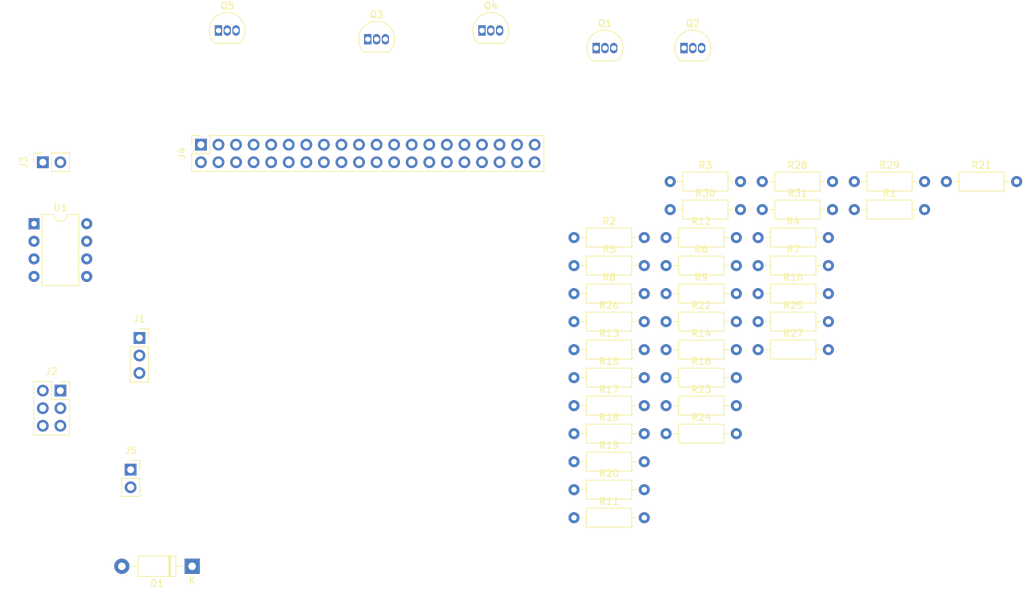
<source format=kicad_pcb>
(kicad_pcb (version 20171130) (host pcbnew 5.1.4+dfsg1-1~bpo10+1)

  (general
    (thickness 1.6)
    (drawings 0)
    (tracks 0)
    (zones 0)
    (modules 43)
    (nets 40)
  )

  (page A4)
  (layers
    (0 F.Cu signal)
    (31 B.Cu signal)
    (32 B.Adhes user)
    (33 F.Adhes user)
    (34 B.Paste user)
    (35 F.Paste user)
    (36 B.SilkS user)
    (37 F.SilkS user)
    (38 B.Mask user)
    (39 F.Mask user)
    (40 Dwgs.User user)
    (41 Cmts.User user)
    (42 Eco1.User user)
    (43 Eco2.User user)
    (44 Edge.Cuts user)
    (45 Margin user)
    (46 B.CrtYd user)
    (47 F.CrtYd user)
    (48 B.Fab user)
    (49 F.Fab user)
  )

  (setup
    (last_trace_width 0.25)
    (trace_clearance 0.2)
    (zone_clearance 0.508)
    (zone_45_only no)
    (trace_min 0.2)
    (via_size 0.8)
    (via_drill 0.4)
    (via_min_size 0.4)
    (via_min_drill 0.3)
    (uvia_size 0.3)
    (uvia_drill 0.1)
    (uvias_allowed no)
    (uvia_min_size 0.2)
    (uvia_min_drill 0.1)
    (edge_width 0.05)
    (segment_width 0.2)
    (pcb_text_width 0.3)
    (pcb_text_size 1.5 1.5)
    (mod_edge_width 0.12)
    (mod_text_size 1 1)
    (mod_text_width 0.15)
    (pad_size 1.524 1.524)
    (pad_drill 0.762)
    (pad_to_mask_clearance 0.051)
    (solder_mask_min_width 0.25)
    (aux_axis_origin 0 0)
    (visible_elements 7FFFFFFF)
    (pcbplotparams
      (layerselection 0x010fc_ffffffff)
      (usegerberextensions false)
      (usegerberattributes false)
      (usegerberadvancedattributes false)
      (creategerberjobfile false)
      (excludeedgelayer true)
      (linewidth 0.100000)
      (plotframeref false)
      (viasonmask false)
      (mode 1)
      (useauxorigin false)
      (hpglpennumber 1)
      (hpglpenspeed 20)
      (hpglpendiameter 15.000000)
      (psnegative false)
      (psa4output false)
      (plotreference true)
      (plotvalue true)
      (plotinvisibletext false)
      (padsonsilk false)
      (subtractmaskfromsilk false)
      (outputformat 1)
      (mirror false)
      (drillshape 1)
      (scaleselection 1)
      (outputdirectory ""))
  )

  (net 0 "")
  (net 1 "Net-(D1-Pad2)")
  (net 2 VCC)
  (net 3 GND)
  (net 4 "Net-(J1-Pad2)")
  (net 5 "Net-(J1-Pad1)")
  (net 6 Vibrate_switch)
  (net 7 RGB_switch)
  (net 8 Reset)
  (net 9 "Net-(J4-Pad20)")
  (net 10 "Net-(J4-Pad19)")
  (net 11 "Net-(J4-Pad18)")
  (net 12 "Net-(J4-Pad17)")
  (net 13 "Net-(J4-Pad16)")
  (net 14 "Net-(J4-Pad15)")
  (net 15 "Net-(J4-Pad14)")
  (net 16 "Net-(J4-Pad13)")
  (net 17 "Net-(J4-Pad12)")
  (net 18 "Net-(J4-Pad11)")
  (net 19 "Net-(J4-Pad10)")
  (net 20 "Net-(J4-Pad9)")
  (net 21 "Net-(J4-Pad8)")
  (net 22 "Net-(J4-Pad7)")
  (net 23 "Net-(J4-Pad6)")
  (net 24 "Net-(J4-Pad5)")
  (net 25 "Net-(J4-Pad4)")
  (net 26 "Net-(J4-Pad3)")
  (net 27 "Net-(J4-Pad2)")
  (net 28 "Net-(J4-Pad1)")
  (net 29 "Net-(Q1-Pad3)")
  (net 30 "Net-(Q1-Pad2)")
  (net 31 "Net-(Q2-Pad2)")
  (net 32 "Net-(Q3-Pad3)")
  (net 33 "Net-(Q3-Pad2)")
  (net 34 "Net-(Q4-Pad3)")
  (net 35 "Net-(Q4-Pad2)")
  (net 36 "Net-(Q5-Pad2)")
  (net 37 LED_cutoff)
  (net 38 RGB_data)
  (net 39 Vibrate_driver)

  (net_class Default "This is the default net class."
    (clearance 0.2)
    (trace_width 0.25)
    (via_dia 0.8)
    (via_drill 0.4)
    (uvia_dia 0.3)
    (uvia_drill 0.1)
    (add_net GND)
    (add_net LED_cutoff)
    (add_net "Net-(D1-Pad2)")
    (add_net "Net-(J1-Pad1)")
    (add_net "Net-(J1-Pad2)")
    (add_net "Net-(J4-Pad1)")
    (add_net "Net-(J4-Pad10)")
    (add_net "Net-(J4-Pad11)")
    (add_net "Net-(J4-Pad12)")
    (add_net "Net-(J4-Pad13)")
    (add_net "Net-(J4-Pad14)")
    (add_net "Net-(J4-Pad15)")
    (add_net "Net-(J4-Pad16)")
    (add_net "Net-(J4-Pad17)")
    (add_net "Net-(J4-Pad18)")
    (add_net "Net-(J4-Pad19)")
    (add_net "Net-(J4-Pad2)")
    (add_net "Net-(J4-Pad20)")
    (add_net "Net-(J4-Pad3)")
    (add_net "Net-(J4-Pad4)")
    (add_net "Net-(J4-Pad5)")
    (add_net "Net-(J4-Pad6)")
    (add_net "Net-(J4-Pad7)")
    (add_net "Net-(J4-Pad8)")
    (add_net "Net-(J4-Pad9)")
    (add_net "Net-(Q1-Pad2)")
    (add_net "Net-(Q1-Pad3)")
    (add_net "Net-(Q2-Pad2)")
    (add_net "Net-(Q3-Pad2)")
    (add_net "Net-(Q3-Pad3)")
    (add_net "Net-(Q4-Pad2)")
    (add_net "Net-(Q4-Pad3)")
    (add_net "Net-(Q5-Pad2)")
    (add_net RGB_data)
    (add_net RGB_switch)
    (add_net Reset)
    (add_net VCC)
    (add_net Vibrate_driver)
    (add_net Vibrate_switch)
  )

  (module Package_DIP:DIP-8_W7.62mm (layer F.Cu) (tedit 5A02E8C5) (tstamp 600036F2)
    (at 45.72 83.82)
    (descr "8-lead though-hole mounted DIP package, row spacing 7.62 mm (300 mils)")
    (tags "THT DIP DIL PDIP 2.54mm 7.62mm 300mil")
    (path /5FDE0C7F)
    (fp_text reference U1 (at 3.81 -2.33) (layer F.SilkS)
      (effects (font (size 1 1) (thickness 0.15)))
    )
    (fp_text value ATtiny85V-10PU (at 3.81 9.95) (layer F.Fab)
      (effects (font (size 1 1) (thickness 0.15)))
    )
    (fp_text user %R (at 3.81 3.81) (layer F.Fab)
      (effects (font (size 1 1) (thickness 0.15)))
    )
    (fp_line (start 8.7 -1.55) (end -1.1 -1.55) (layer F.CrtYd) (width 0.05))
    (fp_line (start 8.7 9.15) (end 8.7 -1.55) (layer F.CrtYd) (width 0.05))
    (fp_line (start -1.1 9.15) (end 8.7 9.15) (layer F.CrtYd) (width 0.05))
    (fp_line (start -1.1 -1.55) (end -1.1 9.15) (layer F.CrtYd) (width 0.05))
    (fp_line (start 6.46 -1.33) (end 4.81 -1.33) (layer F.SilkS) (width 0.12))
    (fp_line (start 6.46 8.95) (end 6.46 -1.33) (layer F.SilkS) (width 0.12))
    (fp_line (start 1.16 8.95) (end 6.46 8.95) (layer F.SilkS) (width 0.12))
    (fp_line (start 1.16 -1.33) (end 1.16 8.95) (layer F.SilkS) (width 0.12))
    (fp_line (start 2.81 -1.33) (end 1.16 -1.33) (layer F.SilkS) (width 0.12))
    (fp_line (start 0.635 -0.27) (end 1.635 -1.27) (layer F.Fab) (width 0.1))
    (fp_line (start 0.635 8.89) (end 0.635 -0.27) (layer F.Fab) (width 0.1))
    (fp_line (start 6.985 8.89) (end 0.635 8.89) (layer F.Fab) (width 0.1))
    (fp_line (start 6.985 -1.27) (end 6.985 8.89) (layer F.Fab) (width 0.1))
    (fp_line (start 1.635 -1.27) (end 6.985 -1.27) (layer F.Fab) (width 0.1))
    (fp_arc (start 3.81 -1.33) (end 2.81 -1.33) (angle -180) (layer F.SilkS) (width 0.12))
    (pad 8 thru_hole oval (at 7.62 0) (size 1.6 1.6) (drill 0.8) (layers *.Cu *.Mask)
      (net 2 VCC))
    (pad 4 thru_hole oval (at 0 7.62) (size 1.6 1.6) (drill 0.8) (layers *.Cu *.Mask)
      (net 3 GND))
    (pad 7 thru_hole oval (at 7.62 2.54) (size 1.6 1.6) (drill 0.8) (layers *.Cu *.Mask)
      (net 39 Vibrate_driver))
    (pad 3 thru_hole oval (at 0 5.08) (size 1.6 1.6) (drill 0.8) (layers *.Cu *.Mask)
      (net 7 RGB_switch))
    (pad 6 thru_hole oval (at 7.62 5.08) (size 1.6 1.6) (drill 0.8) (layers *.Cu *.Mask)
      (net 37 LED_cutoff))
    (pad 2 thru_hole oval (at 0 2.54) (size 1.6 1.6) (drill 0.8) (layers *.Cu *.Mask)
      (net 6 Vibrate_switch))
    (pad 5 thru_hole oval (at 7.62 7.62) (size 1.6 1.6) (drill 0.8) (layers *.Cu *.Mask)
      (net 38 RGB_data))
    (pad 1 thru_hole rect (at 0 0) (size 1.6 1.6) (drill 0.8) (layers *.Cu *.Mask)
      (net 8 Reset))
    (model ${KISYS3DMOD}/Package_DIP.3dshapes/DIP-8_W7.62mm.wrl
      (at (xyz 0 0 0))
      (scale (xyz 1 1 1))
      (rotate (xyz 0 0 0))
    )
  )

  (module Resistor_THT:R_Axial_DIN0207_L6.3mm_D2.5mm_P10.16mm_Horizontal (layer F.Cu) (tedit 5AE5139B) (tstamp 600034FE)
    (at 151.015001 81.775001)
    (descr "Resistor, Axial_DIN0207 series, Axial, Horizontal, pin pitch=10.16mm, 0.25W = 1/4W, length*diameter=6.3*2.5mm^2, http://cdn-reichelt.de/documents/datenblatt/B400/1_4W%23YAG.pdf")
    (tags "Resistor Axial_DIN0207 series Axial Horizontal pin pitch 10.16mm 0.25W = 1/4W length 6.3mm diameter 2.5mm")
    (path /5FF90771)
    (fp_text reference R31 (at 5.08 -2.37) (layer F.SilkS)
      (effects (font (size 1 1) (thickness 0.15)))
    )
    (fp_text value 10k (at 5.08 2.37) (layer F.Fab)
      (effects (font (size 1 1) (thickness 0.15)))
    )
    (fp_text user %R (at 5.08 0) (layer F.Fab)
      (effects (font (size 1 1) (thickness 0.15)))
    )
    (fp_line (start 11.21 -1.5) (end -1.05 -1.5) (layer F.CrtYd) (width 0.05))
    (fp_line (start 11.21 1.5) (end 11.21 -1.5) (layer F.CrtYd) (width 0.05))
    (fp_line (start -1.05 1.5) (end 11.21 1.5) (layer F.CrtYd) (width 0.05))
    (fp_line (start -1.05 -1.5) (end -1.05 1.5) (layer F.CrtYd) (width 0.05))
    (fp_line (start 9.12 0) (end 8.35 0) (layer F.SilkS) (width 0.12))
    (fp_line (start 1.04 0) (end 1.81 0) (layer F.SilkS) (width 0.12))
    (fp_line (start 8.35 -1.37) (end 1.81 -1.37) (layer F.SilkS) (width 0.12))
    (fp_line (start 8.35 1.37) (end 8.35 -1.37) (layer F.SilkS) (width 0.12))
    (fp_line (start 1.81 1.37) (end 8.35 1.37) (layer F.SilkS) (width 0.12))
    (fp_line (start 1.81 -1.37) (end 1.81 1.37) (layer F.SilkS) (width 0.12))
    (fp_line (start 10.16 0) (end 8.23 0) (layer F.Fab) (width 0.1))
    (fp_line (start 0 0) (end 1.93 0) (layer F.Fab) (width 0.1))
    (fp_line (start 8.23 -1.25) (end 1.93 -1.25) (layer F.Fab) (width 0.1))
    (fp_line (start 8.23 1.25) (end 8.23 -1.25) (layer F.Fab) (width 0.1))
    (fp_line (start 1.93 1.25) (end 8.23 1.25) (layer F.Fab) (width 0.1))
    (fp_line (start 1.93 -1.25) (end 1.93 1.25) (layer F.Fab) (width 0.1))
    (pad 2 thru_hole oval (at 10.16 0) (size 1.6 1.6) (drill 0.8) (layers *.Cu *.Mask)
      (net 3 GND))
    (pad 1 thru_hole circle (at 0 0) (size 1.6 1.6) (drill 0.8) (layers *.Cu *.Mask)
      (net 36 "Net-(Q5-Pad2)"))
    (model ${KISYS3DMOD}/Resistor_THT.3dshapes/R_Axial_DIN0207_L6.3mm_D2.5mm_P10.16mm_Horizontal.wrl
      (at (xyz 0 0 0))
      (scale (xyz 1 1 1))
      (rotate (xyz 0 0 0))
    )
  )

  (module Resistor_THT:R_Axial_DIN0207_L6.3mm_D2.5mm_P10.16mm_Horizontal (layer F.Cu) (tedit 5AE5139B) (tstamp 60003417)
    (at 137.705001 81.775001)
    (descr "Resistor, Axial_DIN0207 series, Axial, Horizontal, pin pitch=10.16mm, 0.25W = 1/4W, length*diameter=6.3*2.5mm^2, http://cdn-reichelt.de/documents/datenblatt/B400/1_4W%23YAG.pdf")
    (tags "Resistor Axial_DIN0207 series Axial Horizontal pin pitch 10.16mm 0.25W = 1/4W length 6.3mm diameter 2.5mm")
    (path /5FDF90B9)
    (fp_text reference R30 (at 5.08 -2.37) (layer F.SilkS)
      (effects (font (size 1 1) (thickness 0.15)))
    )
    (fp_text value 500 (at 5.08 2.37) (layer F.Fab)
      (effects (font (size 1 1) (thickness 0.15)))
    )
    (fp_text user %R (at 5.08 0) (layer F.Fab)
      (effects (font (size 1 1) (thickness 0.15)))
    )
    (fp_line (start 11.21 -1.5) (end -1.05 -1.5) (layer F.CrtYd) (width 0.05))
    (fp_line (start 11.21 1.5) (end 11.21 -1.5) (layer F.CrtYd) (width 0.05))
    (fp_line (start -1.05 1.5) (end 11.21 1.5) (layer F.CrtYd) (width 0.05))
    (fp_line (start -1.05 -1.5) (end -1.05 1.5) (layer F.CrtYd) (width 0.05))
    (fp_line (start 9.12 0) (end 8.35 0) (layer F.SilkS) (width 0.12))
    (fp_line (start 1.04 0) (end 1.81 0) (layer F.SilkS) (width 0.12))
    (fp_line (start 8.35 -1.37) (end 1.81 -1.37) (layer F.SilkS) (width 0.12))
    (fp_line (start 8.35 1.37) (end 8.35 -1.37) (layer F.SilkS) (width 0.12))
    (fp_line (start 1.81 1.37) (end 8.35 1.37) (layer F.SilkS) (width 0.12))
    (fp_line (start 1.81 -1.37) (end 1.81 1.37) (layer F.SilkS) (width 0.12))
    (fp_line (start 10.16 0) (end 8.23 0) (layer F.Fab) (width 0.1))
    (fp_line (start 0 0) (end 1.93 0) (layer F.Fab) (width 0.1))
    (fp_line (start 8.23 -1.25) (end 1.93 -1.25) (layer F.Fab) (width 0.1))
    (fp_line (start 8.23 1.25) (end 8.23 -1.25) (layer F.Fab) (width 0.1))
    (fp_line (start 1.93 1.25) (end 8.23 1.25) (layer F.Fab) (width 0.1))
    (fp_line (start 1.93 -1.25) (end 1.93 1.25) (layer F.Fab) (width 0.1))
    (pad 2 thru_hole oval (at 10.16 0) (size 1.6 1.6) (drill 0.8) (layers *.Cu *.Mask)
      (net 39 Vibrate_driver))
    (pad 1 thru_hole circle (at 0 0) (size 1.6 1.6) (drill 0.8) (layers *.Cu *.Mask)
      (net 36 "Net-(Q5-Pad2)"))
    (model ${KISYS3DMOD}/Resistor_THT.3dshapes/R_Axial_DIN0207_L6.3mm_D2.5mm_P10.16mm_Horizontal.wrl
      (at (xyz 0 0 0))
      (scale (xyz 1 1 1))
      (rotate (xyz 0 0 0))
    )
  )

  (module Resistor_THT:R_Axial_DIN0207_L6.3mm_D2.5mm_P10.16mm_Horizontal (layer F.Cu) (tedit 5AE5139B) (tstamp 60003330)
    (at 164.325001 77.725001)
    (descr "Resistor, Axial_DIN0207 series, Axial, Horizontal, pin pitch=10.16mm, 0.25W = 1/4W, length*diameter=6.3*2.5mm^2, http://cdn-reichelt.de/documents/datenblatt/B400/1_4W%23YAG.pdf")
    (tags "Resistor Axial_DIN0207 series Axial Horizontal pin pitch 10.16mm 0.25W = 1/4W length 6.3mm diameter 2.5mm")
    (path /5FFFAA73)
    (fp_text reference R29 (at 5.08 -2.37) (layer F.SilkS)
      (effects (font (size 1 1) (thickness 0.15)))
    )
    (fp_text value R (at 5.08 2.37) (layer F.Fab)
      (effects (font (size 1 1) (thickness 0.15)))
    )
    (fp_text user %R (at 5.08 0) (layer F.Fab)
      (effects (font (size 1 1) (thickness 0.15)))
    )
    (fp_line (start 11.21 -1.5) (end -1.05 -1.5) (layer F.CrtYd) (width 0.05))
    (fp_line (start 11.21 1.5) (end 11.21 -1.5) (layer F.CrtYd) (width 0.05))
    (fp_line (start -1.05 1.5) (end 11.21 1.5) (layer F.CrtYd) (width 0.05))
    (fp_line (start -1.05 -1.5) (end -1.05 1.5) (layer F.CrtYd) (width 0.05))
    (fp_line (start 9.12 0) (end 8.35 0) (layer F.SilkS) (width 0.12))
    (fp_line (start 1.04 0) (end 1.81 0) (layer F.SilkS) (width 0.12))
    (fp_line (start 8.35 -1.37) (end 1.81 -1.37) (layer F.SilkS) (width 0.12))
    (fp_line (start 8.35 1.37) (end 8.35 -1.37) (layer F.SilkS) (width 0.12))
    (fp_line (start 1.81 1.37) (end 8.35 1.37) (layer F.SilkS) (width 0.12))
    (fp_line (start 1.81 -1.37) (end 1.81 1.37) (layer F.SilkS) (width 0.12))
    (fp_line (start 10.16 0) (end 8.23 0) (layer F.Fab) (width 0.1))
    (fp_line (start 0 0) (end 1.93 0) (layer F.Fab) (width 0.1))
    (fp_line (start 8.23 -1.25) (end 1.93 -1.25) (layer F.Fab) (width 0.1))
    (fp_line (start 8.23 1.25) (end 8.23 -1.25) (layer F.Fab) (width 0.1))
    (fp_line (start 1.93 1.25) (end 8.23 1.25) (layer F.Fab) (width 0.1))
    (fp_line (start 1.93 -1.25) (end 1.93 1.25) (layer F.Fab) (width 0.1))
    (pad 2 thru_hole oval (at 10.16 0) (size 1.6 1.6) (drill 0.8) (layers *.Cu *.Mask)
      (net 34 "Net-(Q4-Pad3)"))
    (pad 1 thru_hole circle (at 0 0) (size 1.6 1.6) (drill 0.8) (layers *.Cu *.Mask)
      (net 9 "Net-(J4-Pad20)"))
    (model ${KISYS3DMOD}/Resistor_THT.3dshapes/R_Axial_DIN0207_L6.3mm_D2.5mm_P10.16mm_Horizontal.wrl
      (at (xyz 0 0 0))
      (scale (xyz 1 1 1))
      (rotate (xyz 0 0 0))
    )
  )

  (module Resistor_THT:R_Axial_DIN0207_L6.3mm_D2.5mm_P10.16mm_Horizontal (layer F.Cu) (tedit 5AE5139B) (tstamp 60003249)
    (at 151.015001 77.725001)
    (descr "Resistor, Axial_DIN0207 series, Axial, Horizontal, pin pitch=10.16mm, 0.25W = 1/4W, length*diameter=6.3*2.5mm^2, http://cdn-reichelt.de/documents/datenblatt/B400/1_4W%23YAG.pdf")
    (tags "Resistor Axial_DIN0207 series Axial Horizontal pin pitch 10.16mm 0.25W = 1/4W length 6.3mm diameter 2.5mm")
    (path /5FFFA6C1)
    (fp_text reference R28 (at 5.08 -2.37) (layer F.SilkS)
      (effects (font (size 1 1) (thickness 0.15)))
    )
    (fp_text value R (at 5.08 2.37) (layer F.Fab)
      (effects (font (size 1 1) (thickness 0.15)))
    )
    (fp_text user %R (at 5.08 0) (layer F.Fab)
      (effects (font (size 1 1) (thickness 0.15)))
    )
    (fp_line (start 11.21 -1.5) (end -1.05 -1.5) (layer F.CrtYd) (width 0.05))
    (fp_line (start 11.21 1.5) (end 11.21 -1.5) (layer F.CrtYd) (width 0.05))
    (fp_line (start -1.05 1.5) (end 11.21 1.5) (layer F.CrtYd) (width 0.05))
    (fp_line (start -1.05 -1.5) (end -1.05 1.5) (layer F.CrtYd) (width 0.05))
    (fp_line (start 9.12 0) (end 8.35 0) (layer F.SilkS) (width 0.12))
    (fp_line (start 1.04 0) (end 1.81 0) (layer F.SilkS) (width 0.12))
    (fp_line (start 8.35 -1.37) (end 1.81 -1.37) (layer F.SilkS) (width 0.12))
    (fp_line (start 8.35 1.37) (end 8.35 -1.37) (layer F.SilkS) (width 0.12))
    (fp_line (start 1.81 1.37) (end 8.35 1.37) (layer F.SilkS) (width 0.12))
    (fp_line (start 1.81 -1.37) (end 1.81 1.37) (layer F.SilkS) (width 0.12))
    (fp_line (start 10.16 0) (end 8.23 0) (layer F.Fab) (width 0.1))
    (fp_line (start 0 0) (end 1.93 0) (layer F.Fab) (width 0.1))
    (fp_line (start 8.23 -1.25) (end 1.93 -1.25) (layer F.Fab) (width 0.1))
    (fp_line (start 8.23 1.25) (end 8.23 -1.25) (layer F.Fab) (width 0.1))
    (fp_line (start 1.93 1.25) (end 8.23 1.25) (layer F.Fab) (width 0.1))
    (fp_line (start 1.93 -1.25) (end 1.93 1.25) (layer F.Fab) (width 0.1))
    (pad 2 thru_hole oval (at 10.16 0) (size 1.6 1.6) (drill 0.8) (layers *.Cu *.Mask)
      (net 34 "Net-(Q4-Pad3)"))
    (pad 1 thru_hole circle (at 0 0) (size 1.6 1.6) (drill 0.8) (layers *.Cu *.Mask)
      (net 10 "Net-(J4-Pad19)"))
    (model ${KISYS3DMOD}/Resistor_THT.3dshapes/R_Axial_DIN0207_L6.3mm_D2.5mm_P10.16mm_Horizontal.wrl
      (at (xyz 0 0 0))
      (scale (xyz 1 1 1))
      (rotate (xyz 0 0 0))
    )
  )

  (module Resistor_THT:R_Axial_DIN0207_L6.3mm_D2.5mm_P10.16mm_Horizontal (layer F.Cu) (tedit 5AE5139B) (tstamp 60003162)
    (at 150.415001 102.025001)
    (descr "Resistor, Axial_DIN0207 series, Axial, Horizontal, pin pitch=10.16mm, 0.25W = 1/4W, length*diameter=6.3*2.5mm^2, http://cdn-reichelt.de/documents/datenblatt/B400/1_4W%23YAG.pdf")
    (tags "Resistor Axial_DIN0207 series Axial Horizontal pin pitch 10.16mm 0.25W = 1/4W length 6.3mm diameter 2.5mm")
    (path /5FFFA31B)
    (fp_text reference R27 (at 5.08 -2.37) (layer F.SilkS)
      (effects (font (size 1 1) (thickness 0.15)))
    )
    (fp_text value R (at 5.08 2.37) (layer F.Fab)
      (effects (font (size 1 1) (thickness 0.15)))
    )
    (fp_text user %R (at 5.08 0) (layer F.Fab)
      (effects (font (size 1 1) (thickness 0.15)))
    )
    (fp_line (start 11.21 -1.5) (end -1.05 -1.5) (layer F.CrtYd) (width 0.05))
    (fp_line (start 11.21 1.5) (end 11.21 -1.5) (layer F.CrtYd) (width 0.05))
    (fp_line (start -1.05 1.5) (end 11.21 1.5) (layer F.CrtYd) (width 0.05))
    (fp_line (start -1.05 -1.5) (end -1.05 1.5) (layer F.CrtYd) (width 0.05))
    (fp_line (start 9.12 0) (end 8.35 0) (layer F.SilkS) (width 0.12))
    (fp_line (start 1.04 0) (end 1.81 0) (layer F.SilkS) (width 0.12))
    (fp_line (start 8.35 -1.37) (end 1.81 -1.37) (layer F.SilkS) (width 0.12))
    (fp_line (start 8.35 1.37) (end 8.35 -1.37) (layer F.SilkS) (width 0.12))
    (fp_line (start 1.81 1.37) (end 8.35 1.37) (layer F.SilkS) (width 0.12))
    (fp_line (start 1.81 -1.37) (end 1.81 1.37) (layer F.SilkS) (width 0.12))
    (fp_line (start 10.16 0) (end 8.23 0) (layer F.Fab) (width 0.1))
    (fp_line (start 0 0) (end 1.93 0) (layer F.Fab) (width 0.1))
    (fp_line (start 8.23 -1.25) (end 1.93 -1.25) (layer F.Fab) (width 0.1))
    (fp_line (start 8.23 1.25) (end 8.23 -1.25) (layer F.Fab) (width 0.1))
    (fp_line (start 1.93 1.25) (end 8.23 1.25) (layer F.Fab) (width 0.1))
    (fp_line (start 1.93 -1.25) (end 1.93 1.25) (layer F.Fab) (width 0.1))
    (pad 2 thru_hole oval (at 10.16 0) (size 1.6 1.6) (drill 0.8) (layers *.Cu *.Mask)
      (net 34 "Net-(Q4-Pad3)"))
    (pad 1 thru_hole circle (at 0 0) (size 1.6 1.6) (drill 0.8) (layers *.Cu *.Mask)
      (net 11 "Net-(J4-Pad18)"))
    (model ${KISYS3DMOD}/Resistor_THT.3dshapes/R_Axial_DIN0207_L6.3mm_D2.5mm_P10.16mm_Horizontal.wrl
      (at (xyz 0 0 0))
      (scale (xyz 1 1 1))
      (rotate (xyz 0 0 0))
    )
  )

  (module Resistor_THT:R_Axial_DIN0207_L6.3mm_D2.5mm_P10.16mm_Horizontal (layer F.Cu) (tedit 5AE5139B) (tstamp 6000307B)
    (at 123.795001 97.975001)
    (descr "Resistor, Axial_DIN0207 series, Axial, Horizontal, pin pitch=10.16mm, 0.25W = 1/4W, length*diameter=6.3*2.5mm^2, http://cdn-reichelt.de/documents/datenblatt/B400/1_4W%23YAG.pdf")
    (tags "Resistor Axial_DIN0207 series Axial Horizontal pin pitch 10.16mm 0.25W = 1/4W length 6.3mm diameter 2.5mm")
    (path /5FFF9F6C)
    (fp_text reference R26 (at 5.08 -2.37) (layer F.SilkS)
      (effects (font (size 1 1) (thickness 0.15)))
    )
    (fp_text value R (at 5.08 2.37) (layer F.Fab)
      (effects (font (size 1 1) (thickness 0.15)))
    )
    (fp_text user %R (at 5.08 0) (layer F.Fab)
      (effects (font (size 1 1) (thickness 0.15)))
    )
    (fp_line (start 11.21 -1.5) (end -1.05 -1.5) (layer F.CrtYd) (width 0.05))
    (fp_line (start 11.21 1.5) (end 11.21 -1.5) (layer F.CrtYd) (width 0.05))
    (fp_line (start -1.05 1.5) (end 11.21 1.5) (layer F.CrtYd) (width 0.05))
    (fp_line (start -1.05 -1.5) (end -1.05 1.5) (layer F.CrtYd) (width 0.05))
    (fp_line (start 9.12 0) (end 8.35 0) (layer F.SilkS) (width 0.12))
    (fp_line (start 1.04 0) (end 1.81 0) (layer F.SilkS) (width 0.12))
    (fp_line (start 8.35 -1.37) (end 1.81 -1.37) (layer F.SilkS) (width 0.12))
    (fp_line (start 8.35 1.37) (end 8.35 -1.37) (layer F.SilkS) (width 0.12))
    (fp_line (start 1.81 1.37) (end 8.35 1.37) (layer F.SilkS) (width 0.12))
    (fp_line (start 1.81 -1.37) (end 1.81 1.37) (layer F.SilkS) (width 0.12))
    (fp_line (start 10.16 0) (end 8.23 0) (layer F.Fab) (width 0.1))
    (fp_line (start 0 0) (end 1.93 0) (layer F.Fab) (width 0.1))
    (fp_line (start 8.23 -1.25) (end 1.93 -1.25) (layer F.Fab) (width 0.1))
    (fp_line (start 8.23 1.25) (end 8.23 -1.25) (layer F.Fab) (width 0.1))
    (fp_line (start 1.93 1.25) (end 8.23 1.25) (layer F.Fab) (width 0.1))
    (fp_line (start 1.93 -1.25) (end 1.93 1.25) (layer F.Fab) (width 0.1))
    (pad 2 thru_hole oval (at 10.16 0) (size 1.6 1.6) (drill 0.8) (layers *.Cu *.Mask)
      (net 34 "Net-(Q4-Pad3)"))
    (pad 1 thru_hole circle (at 0 0) (size 1.6 1.6) (drill 0.8) (layers *.Cu *.Mask)
      (net 12 "Net-(J4-Pad17)"))
    (model ${KISYS3DMOD}/Resistor_THT.3dshapes/R_Axial_DIN0207_L6.3mm_D2.5mm_P10.16mm_Horizontal.wrl
      (at (xyz 0 0 0))
      (scale (xyz 1 1 1))
      (rotate (xyz 0 0 0))
    )
  )

  (module Resistor_THT:R_Axial_DIN0207_L6.3mm_D2.5mm_P10.16mm_Horizontal (layer F.Cu) (tedit 5AE5139B) (tstamp 60002F94)
    (at 150.415001 97.975001)
    (descr "Resistor, Axial_DIN0207 series, Axial, Horizontal, pin pitch=10.16mm, 0.25W = 1/4W, length*diameter=6.3*2.5mm^2, http://cdn-reichelt.de/documents/datenblatt/B400/1_4W%23YAG.pdf")
    (tags "Resistor Axial_DIN0207 series Axial Horizontal pin pitch 10.16mm 0.25W = 1/4W length 6.3mm diameter 2.5mm")
    (path /5FFF9944)
    (fp_text reference R25 (at 5.08 -2.37) (layer F.SilkS)
      (effects (font (size 1 1) (thickness 0.15)))
    )
    (fp_text value R (at 5.08 2.37) (layer F.Fab)
      (effects (font (size 1 1) (thickness 0.15)))
    )
    (fp_text user %R (at 5.08 0) (layer F.Fab)
      (effects (font (size 1 1) (thickness 0.15)))
    )
    (fp_line (start 11.21 -1.5) (end -1.05 -1.5) (layer F.CrtYd) (width 0.05))
    (fp_line (start 11.21 1.5) (end 11.21 -1.5) (layer F.CrtYd) (width 0.05))
    (fp_line (start -1.05 1.5) (end 11.21 1.5) (layer F.CrtYd) (width 0.05))
    (fp_line (start -1.05 -1.5) (end -1.05 1.5) (layer F.CrtYd) (width 0.05))
    (fp_line (start 9.12 0) (end 8.35 0) (layer F.SilkS) (width 0.12))
    (fp_line (start 1.04 0) (end 1.81 0) (layer F.SilkS) (width 0.12))
    (fp_line (start 8.35 -1.37) (end 1.81 -1.37) (layer F.SilkS) (width 0.12))
    (fp_line (start 8.35 1.37) (end 8.35 -1.37) (layer F.SilkS) (width 0.12))
    (fp_line (start 1.81 1.37) (end 8.35 1.37) (layer F.SilkS) (width 0.12))
    (fp_line (start 1.81 -1.37) (end 1.81 1.37) (layer F.SilkS) (width 0.12))
    (fp_line (start 10.16 0) (end 8.23 0) (layer F.Fab) (width 0.1))
    (fp_line (start 0 0) (end 1.93 0) (layer F.Fab) (width 0.1))
    (fp_line (start 8.23 -1.25) (end 1.93 -1.25) (layer F.Fab) (width 0.1))
    (fp_line (start 8.23 1.25) (end 8.23 -1.25) (layer F.Fab) (width 0.1))
    (fp_line (start 1.93 1.25) (end 8.23 1.25) (layer F.Fab) (width 0.1))
    (fp_line (start 1.93 -1.25) (end 1.93 1.25) (layer F.Fab) (width 0.1))
    (pad 2 thru_hole oval (at 10.16 0) (size 1.6 1.6) (drill 0.8) (layers *.Cu *.Mask)
      (net 34 "Net-(Q4-Pad3)"))
    (pad 1 thru_hole circle (at 0 0) (size 1.6 1.6) (drill 0.8) (layers *.Cu *.Mask)
      (net 13 "Net-(J4-Pad16)"))
    (model ${KISYS3DMOD}/Resistor_THT.3dshapes/R_Axial_DIN0207_L6.3mm_D2.5mm_P10.16mm_Horizontal.wrl
      (at (xyz 0 0 0))
      (scale (xyz 1 1 1))
      (rotate (xyz 0 0 0))
    )
  )

  (module Resistor_THT:R_Axial_DIN0207_L6.3mm_D2.5mm_P10.16mm_Horizontal (layer F.Cu) (tedit 5AE5139B) (tstamp 60002EAD)
    (at 137.105001 114.175001)
    (descr "Resistor, Axial_DIN0207 series, Axial, Horizontal, pin pitch=10.16mm, 0.25W = 1/4W, length*diameter=6.3*2.5mm^2, http://cdn-reichelt.de/documents/datenblatt/B400/1_4W%23YAG.pdf")
    (tags "Resistor Axial_DIN0207 series Axial Horizontal pin pitch 10.16mm 0.25W = 1/4W length 6.3mm diameter 2.5mm")
    (path /60009DF5)
    (fp_text reference R24 (at 5.08 -2.37) (layer F.SilkS)
      (effects (font (size 1 1) (thickness 0.15)))
    )
    (fp_text value 10k (at 5.08 2.37) (layer F.Fab)
      (effects (font (size 1 1) (thickness 0.15)))
    )
    (fp_text user %R (at 5.08 0) (layer F.Fab)
      (effects (font (size 1 1) (thickness 0.15)))
    )
    (fp_line (start 11.21 -1.5) (end -1.05 -1.5) (layer F.CrtYd) (width 0.05))
    (fp_line (start 11.21 1.5) (end 11.21 -1.5) (layer F.CrtYd) (width 0.05))
    (fp_line (start -1.05 1.5) (end 11.21 1.5) (layer F.CrtYd) (width 0.05))
    (fp_line (start -1.05 -1.5) (end -1.05 1.5) (layer F.CrtYd) (width 0.05))
    (fp_line (start 9.12 0) (end 8.35 0) (layer F.SilkS) (width 0.12))
    (fp_line (start 1.04 0) (end 1.81 0) (layer F.SilkS) (width 0.12))
    (fp_line (start 8.35 -1.37) (end 1.81 -1.37) (layer F.SilkS) (width 0.12))
    (fp_line (start 8.35 1.37) (end 8.35 -1.37) (layer F.SilkS) (width 0.12))
    (fp_line (start 1.81 1.37) (end 8.35 1.37) (layer F.SilkS) (width 0.12))
    (fp_line (start 1.81 -1.37) (end 1.81 1.37) (layer F.SilkS) (width 0.12))
    (fp_line (start 10.16 0) (end 8.23 0) (layer F.Fab) (width 0.1))
    (fp_line (start 0 0) (end 1.93 0) (layer F.Fab) (width 0.1))
    (fp_line (start 8.23 -1.25) (end 1.93 -1.25) (layer F.Fab) (width 0.1))
    (fp_line (start 8.23 1.25) (end 8.23 -1.25) (layer F.Fab) (width 0.1))
    (fp_line (start 1.93 1.25) (end 8.23 1.25) (layer F.Fab) (width 0.1))
    (fp_line (start 1.93 -1.25) (end 1.93 1.25) (layer F.Fab) (width 0.1))
    (pad 2 thru_hole oval (at 10.16 0) (size 1.6 1.6) (drill 0.8) (layers *.Cu *.Mask)
      (net 3 GND))
    (pad 1 thru_hole circle (at 0 0) (size 1.6 1.6) (drill 0.8) (layers *.Cu *.Mask)
      (net 35 "Net-(Q4-Pad2)"))
    (model ${KISYS3DMOD}/Resistor_THT.3dshapes/R_Axial_DIN0207_L6.3mm_D2.5mm_P10.16mm_Horizontal.wrl
      (at (xyz 0 0 0))
      (scale (xyz 1 1 1))
      (rotate (xyz 0 0 0))
    )
  )

  (module Resistor_THT:R_Axial_DIN0207_L6.3mm_D2.5mm_P10.16mm_Horizontal (layer F.Cu) (tedit 5AE5139B) (tstamp 60002DC6)
    (at 137.105001 110.125001)
    (descr "Resistor, Axial_DIN0207 series, Axial, Horizontal, pin pitch=10.16mm, 0.25W = 1/4W, length*diameter=6.3*2.5mm^2, http://cdn-reichelt.de/documents/datenblatt/B400/1_4W%23YAG.pdf")
    (tags "Resistor Axial_DIN0207 series Axial Horizontal pin pitch 10.16mm 0.25W = 1/4W length 6.3mm diameter 2.5mm")
    (path /5FFF9567)
    (fp_text reference R23 (at 5.08 -2.37) (layer F.SilkS)
      (effects (font (size 1 1) (thickness 0.15)))
    )
    (fp_text value R (at 5.08 2.37) (layer F.Fab)
      (effects (font (size 1 1) (thickness 0.15)))
    )
    (fp_text user %R (at 5.08 0) (layer F.Fab)
      (effects (font (size 1 1) (thickness 0.15)))
    )
    (fp_line (start 11.21 -1.5) (end -1.05 -1.5) (layer F.CrtYd) (width 0.05))
    (fp_line (start 11.21 1.5) (end 11.21 -1.5) (layer F.CrtYd) (width 0.05))
    (fp_line (start -1.05 1.5) (end 11.21 1.5) (layer F.CrtYd) (width 0.05))
    (fp_line (start -1.05 -1.5) (end -1.05 1.5) (layer F.CrtYd) (width 0.05))
    (fp_line (start 9.12 0) (end 8.35 0) (layer F.SilkS) (width 0.12))
    (fp_line (start 1.04 0) (end 1.81 0) (layer F.SilkS) (width 0.12))
    (fp_line (start 8.35 -1.37) (end 1.81 -1.37) (layer F.SilkS) (width 0.12))
    (fp_line (start 8.35 1.37) (end 8.35 -1.37) (layer F.SilkS) (width 0.12))
    (fp_line (start 1.81 1.37) (end 8.35 1.37) (layer F.SilkS) (width 0.12))
    (fp_line (start 1.81 -1.37) (end 1.81 1.37) (layer F.SilkS) (width 0.12))
    (fp_line (start 10.16 0) (end 8.23 0) (layer F.Fab) (width 0.1))
    (fp_line (start 0 0) (end 1.93 0) (layer F.Fab) (width 0.1))
    (fp_line (start 8.23 -1.25) (end 1.93 -1.25) (layer F.Fab) (width 0.1))
    (fp_line (start 8.23 1.25) (end 8.23 -1.25) (layer F.Fab) (width 0.1))
    (fp_line (start 1.93 1.25) (end 8.23 1.25) (layer F.Fab) (width 0.1))
    (fp_line (start 1.93 -1.25) (end 1.93 1.25) (layer F.Fab) (width 0.1))
    (pad 2 thru_hole oval (at 10.16 0) (size 1.6 1.6) (drill 0.8) (layers *.Cu *.Mask)
      (net 34 "Net-(Q4-Pad3)"))
    (pad 1 thru_hole circle (at 0 0) (size 1.6 1.6) (drill 0.8) (layers *.Cu *.Mask)
      (net 14 "Net-(J4-Pad15)"))
    (model ${KISYS3DMOD}/Resistor_THT.3dshapes/R_Axial_DIN0207_L6.3mm_D2.5mm_P10.16mm_Horizontal.wrl
      (at (xyz 0 0 0))
      (scale (xyz 1 1 1))
      (rotate (xyz 0 0 0))
    )
  )

  (module Resistor_THT:R_Axial_DIN0207_L6.3mm_D2.5mm_P10.16mm_Horizontal (layer F.Cu) (tedit 5AE5139B) (tstamp 60002CDF)
    (at 137.105001 97.975001)
    (descr "Resistor, Axial_DIN0207 series, Axial, Horizontal, pin pitch=10.16mm, 0.25W = 1/4W, length*diameter=6.3*2.5mm^2, http://cdn-reichelt.de/documents/datenblatt/B400/1_4W%23YAG.pdf")
    (tags "Resistor Axial_DIN0207 series Axial Horizontal pin pitch 10.16mm 0.25W = 1/4W length 6.3mm diameter 2.5mm")
    (path /60009DE8)
    (fp_text reference R22 (at 5.08 -2.37) (layer F.SilkS)
      (effects (font (size 1 1) (thickness 0.15)))
    )
    (fp_text value 500 (at 5.08 2.37) (layer F.Fab)
      (effects (font (size 1 1) (thickness 0.15)))
    )
    (fp_text user %R (at 5.08 0) (layer F.Fab)
      (effects (font (size 1 1) (thickness 0.15)))
    )
    (fp_line (start 11.21 -1.5) (end -1.05 -1.5) (layer F.CrtYd) (width 0.05))
    (fp_line (start 11.21 1.5) (end 11.21 -1.5) (layer F.CrtYd) (width 0.05))
    (fp_line (start -1.05 1.5) (end 11.21 1.5) (layer F.CrtYd) (width 0.05))
    (fp_line (start -1.05 -1.5) (end -1.05 1.5) (layer F.CrtYd) (width 0.05))
    (fp_line (start 9.12 0) (end 8.35 0) (layer F.SilkS) (width 0.12))
    (fp_line (start 1.04 0) (end 1.81 0) (layer F.SilkS) (width 0.12))
    (fp_line (start 8.35 -1.37) (end 1.81 -1.37) (layer F.SilkS) (width 0.12))
    (fp_line (start 8.35 1.37) (end 8.35 -1.37) (layer F.SilkS) (width 0.12))
    (fp_line (start 1.81 1.37) (end 8.35 1.37) (layer F.SilkS) (width 0.12))
    (fp_line (start 1.81 -1.37) (end 1.81 1.37) (layer F.SilkS) (width 0.12))
    (fp_line (start 10.16 0) (end 8.23 0) (layer F.Fab) (width 0.1))
    (fp_line (start 0 0) (end 1.93 0) (layer F.Fab) (width 0.1))
    (fp_line (start 8.23 -1.25) (end 1.93 -1.25) (layer F.Fab) (width 0.1))
    (fp_line (start 8.23 1.25) (end 8.23 -1.25) (layer F.Fab) (width 0.1))
    (fp_line (start 1.93 1.25) (end 8.23 1.25) (layer F.Fab) (width 0.1))
    (fp_line (start 1.93 -1.25) (end 1.93 1.25) (layer F.Fab) (width 0.1))
    (pad 2 thru_hole oval (at 10.16 0) (size 1.6 1.6) (drill 0.8) (layers *.Cu *.Mask)
      (net 37 LED_cutoff))
    (pad 1 thru_hole circle (at 0 0) (size 1.6 1.6) (drill 0.8) (layers *.Cu *.Mask)
      (net 35 "Net-(Q4-Pad2)"))
    (model ${KISYS3DMOD}/Resistor_THT.3dshapes/R_Axial_DIN0207_L6.3mm_D2.5mm_P10.16mm_Horizontal.wrl
      (at (xyz 0 0 0))
      (scale (xyz 1 1 1))
      (rotate (xyz 0 0 0))
    )
  )

  (module Resistor_THT:R_Axial_DIN0207_L6.3mm_D2.5mm_P10.16mm_Horizontal (layer F.Cu) (tedit 5AE5139B) (tstamp 60002BF8)
    (at 177.635001 77.725001)
    (descr "Resistor, Axial_DIN0207 series, Axial, Horizontal, pin pitch=10.16mm, 0.25W = 1/4W, length*diameter=6.3*2.5mm^2, http://cdn-reichelt.de/documents/datenblatt/B400/1_4W%23YAG.pdf")
    (tags "Resistor Axial_DIN0207 series Axial Horizontal pin pitch 10.16mm 0.25W = 1/4W length 6.3mm diameter 2.5mm")
    (path /5FFF9224)
    (fp_text reference R21 (at 5.08 -2.37) (layer F.SilkS)
      (effects (font (size 1 1) (thickness 0.15)))
    )
    (fp_text value R (at 5.08 2.37) (layer F.Fab)
      (effects (font (size 1 1) (thickness 0.15)))
    )
    (fp_text user %R (at 5.08 0) (layer F.Fab)
      (effects (font (size 1 1) (thickness 0.15)))
    )
    (fp_line (start 11.21 -1.5) (end -1.05 -1.5) (layer F.CrtYd) (width 0.05))
    (fp_line (start 11.21 1.5) (end 11.21 -1.5) (layer F.CrtYd) (width 0.05))
    (fp_line (start -1.05 1.5) (end 11.21 1.5) (layer F.CrtYd) (width 0.05))
    (fp_line (start -1.05 -1.5) (end -1.05 1.5) (layer F.CrtYd) (width 0.05))
    (fp_line (start 9.12 0) (end 8.35 0) (layer F.SilkS) (width 0.12))
    (fp_line (start 1.04 0) (end 1.81 0) (layer F.SilkS) (width 0.12))
    (fp_line (start 8.35 -1.37) (end 1.81 -1.37) (layer F.SilkS) (width 0.12))
    (fp_line (start 8.35 1.37) (end 8.35 -1.37) (layer F.SilkS) (width 0.12))
    (fp_line (start 1.81 1.37) (end 8.35 1.37) (layer F.SilkS) (width 0.12))
    (fp_line (start 1.81 -1.37) (end 1.81 1.37) (layer F.SilkS) (width 0.12))
    (fp_line (start 10.16 0) (end 8.23 0) (layer F.Fab) (width 0.1))
    (fp_line (start 0 0) (end 1.93 0) (layer F.Fab) (width 0.1))
    (fp_line (start 8.23 -1.25) (end 1.93 -1.25) (layer F.Fab) (width 0.1))
    (fp_line (start 8.23 1.25) (end 8.23 -1.25) (layer F.Fab) (width 0.1))
    (fp_line (start 1.93 1.25) (end 8.23 1.25) (layer F.Fab) (width 0.1))
    (fp_line (start 1.93 -1.25) (end 1.93 1.25) (layer F.Fab) (width 0.1))
    (pad 2 thru_hole oval (at 10.16 0) (size 1.6 1.6) (drill 0.8) (layers *.Cu *.Mask)
      (net 34 "Net-(Q4-Pad3)"))
    (pad 1 thru_hole circle (at 0 0) (size 1.6 1.6) (drill 0.8) (layers *.Cu *.Mask)
      (net 15 "Net-(J4-Pad14)"))
    (model ${KISYS3DMOD}/Resistor_THT.3dshapes/R_Axial_DIN0207_L6.3mm_D2.5mm_P10.16mm_Horizontal.wrl
      (at (xyz 0 0 0))
      (scale (xyz 1 1 1))
      (rotate (xyz 0 0 0))
    )
  )

  (module Resistor_THT:R_Axial_DIN0207_L6.3mm_D2.5mm_P10.16mm_Horizontal (layer F.Cu) (tedit 5AE5139B) (tstamp 60002B11)
    (at 123.795001 122.275001)
    (descr "Resistor, Axial_DIN0207 series, Axial, Horizontal, pin pitch=10.16mm, 0.25W = 1/4W, length*diameter=6.3*2.5mm^2, http://cdn-reichelt.de/documents/datenblatt/B400/1_4W%23YAG.pdf")
    (tags "Resistor Axial_DIN0207 series Axial Horizontal pin pitch 10.16mm 0.25W = 1/4W length 6.3mm diameter 2.5mm")
    (path /5FFF8EB9)
    (fp_text reference R20 (at 5.08 -2.37) (layer F.SilkS)
      (effects (font (size 1 1) (thickness 0.15)))
    )
    (fp_text value R (at 5.08 2.37) (layer F.Fab)
      (effects (font (size 1 1) (thickness 0.15)))
    )
    (fp_text user %R (at 5.08 0) (layer F.Fab)
      (effects (font (size 1 1) (thickness 0.15)))
    )
    (fp_line (start 11.21 -1.5) (end -1.05 -1.5) (layer F.CrtYd) (width 0.05))
    (fp_line (start 11.21 1.5) (end 11.21 -1.5) (layer F.CrtYd) (width 0.05))
    (fp_line (start -1.05 1.5) (end 11.21 1.5) (layer F.CrtYd) (width 0.05))
    (fp_line (start -1.05 -1.5) (end -1.05 1.5) (layer F.CrtYd) (width 0.05))
    (fp_line (start 9.12 0) (end 8.35 0) (layer F.SilkS) (width 0.12))
    (fp_line (start 1.04 0) (end 1.81 0) (layer F.SilkS) (width 0.12))
    (fp_line (start 8.35 -1.37) (end 1.81 -1.37) (layer F.SilkS) (width 0.12))
    (fp_line (start 8.35 1.37) (end 8.35 -1.37) (layer F.SilkS) (width 0.12))
    (fp_line (start 1.81 1.37) (end 8.35 1.37) (layer F.SilkS) (width 0.12))
    (fp_line (start 1.81 -1.37) (end 1.81 1.37) (layer F.SilkS) (width 0.12))
    (fp_line (start 10.16 0) (end 8.23 0) (layer F.Fab) (width 0.1))
    (fp_line (start 0 0) (end 1.93 0) (layer F.Fab) (width 0.1))
    (fp_line (start 8.23 -1.25) (end 1.93 -1.25) (layer F.Fab) (width 0.1))
    (fp_line (start 8.23 1.25) (end 8.23 -1.25) (layer F.Fab) (width 0.1))
    (fp_line (start 1.93 1.25) (end 8.23 1.25) (layer F.Fab) (width 0.1))
    (fp_line (start 1.93 -1.25) (end 1.93 1.25) (layer F.Fab) (width 0.1))
    (pad 2 thru_hole oval (at 10.16 0) (size 1.6 1.6) (drill 0.8) (layers *.Cu *.Mask)
      (net 34 "Net-(Q4-Pad3)"))
    (pad 1 thru_hole circle (at 0 0) (size 1.6 1.6) (drill 0.8) (layers *.Cu *.Mask)
      (net 16 "Net-(J4-Pad13)"))
    (model ${KISYS3DMOD}/Resistor_THT.3dshapes/R_Axial_DIN0207_L6.3mm_D2.5mm_P10.16mm_Horizontal.wrl
      (at (xyz 0 0 0))
      (scale (xyz 1 1 1))
      (rotate (xyz 0 0 0))
    )
  )

  (module Resistor_THT:R_Axial_DIN0207_L6.3mm_D2.5mm_P10.16mm_Horizontal (layer F.Cu) (tedit 5AE5139B) (tstamp 60002A2A)
    (at 123.795001 118.225001)
    (descr "Resistor, Axial_DIN0207 series, Axial, Horizontal, pin pitch=10.16mm, 0.25W = 1/4W, length*diameter=6.3*2.5mm^2, http://cdn-reichelt.de/documents/datenblatt/B400/1_4W%23YAG.pdf")
    (tags "Resistor Axial_DIN0207 series Axial Horizontal pin pitch 10.16mm 0.25W = 1/4W length 6.3mm diameter 2.5mm")
    (path /5FDEC583)
    (fp_text reference R19 (at 5.08 -2.37) (layer F.SilkS)
      (effects (font (size 1 1) (thickness 0.15)))
    )
    (fp_text value R (at 5.08 2.37) (layer F.Fab)
      (effects (font (size 1 1) (thickness 0.15)))
    )
    (fp_text user %R (at 5.08 0) (layer F.Fab)
      (effects (font (size 1 1) (thickness 0.15)))
    )
    (fp_line (start 11.21 -1.5) (end -1.05 -1.5) (layer F.CrtYd) (width 0.05))
    (fp_line (start 11.21 1.5) (end 11.21 -1.5) (layer F.CrtYd) (width 0.05))
    (fp_line (start -1.05 1.5) (end 11.21 1.5) (layer F.CrtYd) (width 0.05))
    (fp_line (start -1.05 -1.5) (end -1.05 1.5) (layer F.CrtYd) (width 0.05))
    (fp_line (start 9.12 0) (end 8.35 0) (layer F.SilkS) (width 0.12))
    (fp_line (start 1.04 0) (end 1.81 0) (layer F.SilkS) (width 0.12))
    (fp_line (start 8.35 -1.37) (end 1.81 -1.37) (layer F.SilkS) (width 0.12))
    (fp_line (start 8.35 1.37) (end 8.35 -1.37) (layer F.SilkS) (width 0.12))
    (fp_line (start 1.81 1.37) (end 8.35 1.37) (layer F.SilkS) (width 0.12))
    (fp_line (start 1.81 -1.37) (end 1.81 1.37) (layer F.SilkS) (width 0.12))
    (fp_line (start 10.16 0) (end 8.23 0) (layer F.Fab) (width 0.1))
    (fp_line (start 0 0) (end 1.93 0) (layer F.Fab) (width 0.1))
    (fp_line (start 8.23 -1.25) (end 1.93 -1.25) (layer F.Fab) (width 0.1))
    (fp_line (start 8.23 1.25) (end 8.23 -1.25) (layer F.Fab) (width 0.1))
    (fp_line (start 1.93 1.25) (end 8.23 1.25) (layer F.Fab) (width 0.1))
    (fp_line (start 1.93 -1.25) (end 1.93 1.25) (layer F.Fab) (width 0.1))
    (pad 2 thru_hole oval (at 10.16 0) (size 1.6 1.6) (drill 0.8) (layers *.Cu *.Mask)
      (net 34 "Net-(Q4-Pad3)"))
    (pad 1 thru_hole circle (at 0 0) (size 1.6 1.6) (drill 0.8) (layers *.Cu *.Mask)
      (net 17 "Net-(J4-Pad12)"))
    (model ${KISYS3DMOD}/Resistor_THT.3dshapes/R_Axial_DIN0207_L6.3mm_D2.5mm_P10.16mm_Horizontal.wrl
      (at (xyz 0 0 0))
      (scale (xyz 1 1 1))
      (rotate (xyz 0 0 0))
    )
  )

  (module Resistor_THT:R_Axial_DIN0207_L6.3mm_D2.5mm_P10.16mm_Horizontal (layer F.Cu) (tedit 5AE5139B) (tstamp 60002943)
    (at 123.795001 114.175001)
    (descr "Resistor, Axial_DIN0207 series, Axial, Horizontal, pin pitch=10.16mm, 0.25W = 1/4W, length*diameter=6.3*2.5mm^2, http://cdn-reichelt.de/documents/datenblatt/B400/1_4W%23YAG.pdf")
    (tags "Resistor Axial_DIN0207 series Axial Horizontal pin pitch 10.16mm 0.25W = 1/4W length 6.3mm diameter 2.5mm")
    (path /5FFF8B21)
    (fp_text reference R18 (at 5.08 -2.37) (layer F.SilkS)
      (effects (font (size 1 1) (thickness 0.15)))
    )
    (fp_text value R (at 5.08 2.37) (layer F.Fab)
      (effects (font (size 1 1) (thickness 0.15)))
    )
    (fp_text user %R (at 5.08 0) (layer F.Fab)
      (effects (font (size 1 1) (thickness 0.15)))
    )
    (fp_line (start 11.21 -1.5) (end -1.05 -1.5) (layer F.CrtYd) (width 0.05))
    (fp_line (start 11.21 1.5) (end 11.21 -1.5) (layer F.CrtYd) (width 0.05))
    (fp_line (start -1.05 1.5) (end 11.21 1.5) (layer F.CrtYd) (width 0.05))
    (fp_line (start -1.05 -1.5) (end -1.05 1.5) (layer F.CrtYd) (width 0.05))
    (fp_line (start 9.12 0) (end 8.35 0) (layer F.SilkS) (width 0.12))
    (fp_line (start 1.04 0) (end 1.81 0) (layer F.SilkS) (width 0.12))
    (fp_line (start 8.35 -1.37) (end 1.81 -1.37) (layer F.SilkS) (width 0.12))
    (fp_line (start 8.35 1.37) (end 8.35 -1.37) (layer F.SilkS) (width 0.12))
    (fp_line (start 1.81 1.37) (end 8.35 1.37) (layer F.SilkS) (width 0.12))
    (fp_line (start 1.81 -1.37) (end 1.81 1.37) (layer F.SilkS) (width 0.12))
    (fp_line (start 10.16 0) (end 8.23 0) (layer F.Fab) (width 0.1))
    (fp_line (start 0 0) (end 1.93 0) (layer F.Fab) (width 0.1))
    (fp_line (start 8.23 -1.25) (end 1.93 -1.25) (layer F.Fab) (width 0.1))
    (fp_line (start 8.23 1.25) (end 8.23 -1.25) (layer F.Fab) (width 0.1))
    (fp_line (start 1.93 1.25) (end 8.23 1.25) (layer F.Fab) (width 0.1))
    (fp_line (start 1.93 -1.25) (end 1.93 1.25) (layer F.Fab) (width 0.1))
    (pad 2 thru_hole oval (at 10.16 0) (size 1.6 1.6) (drill 0.8) (layers *.Cu *.Mask)
      (net 34 "Net-(Q4-Pad3)"))
    (pad 1 thru_hole circle (at 0 0) (size 1.6 1.6) (drill 0.8) (layers *.Cu *.Mask)
      (net 18 "Net-(J4-Pad11)"))
    (model ${KISYS3DMOD}/Resistor_THT.3dshapes/R_Axial_DIN0207_L6.3mm_D2.5mm_P10.16mm_Horizontal.wrl
      (at (xyz 0 0 0))
      (scale (xyz 1 1 1))
      (rotate (xyz 0 0 0))
    )
  )

  (module Resistor_THT:R_Axial_DIN0207_L6.3mm_D2.5mm_P10.16mm_Horizontal (layer F.Cu) (tedit 5AE5139B) (tstamp 6000285C)
    (at 123.795001 110.125001)
    (descr "Resistor, Axial_DIN0207 series, Axial, Horizontal, pin pitch=10.16mm, 0.25W = 1/4W, length*diameter=6.3*2.5mm^2, http://cdn-reichelt.de/documents/datenblatt/B400/1_4W%23YAG.pdf")
    (tags "Resistor Axial_DIN0207 series Axial Horizontal pin pitch 10.16mm 0.25W = 1/4W length 6.3mm diameter 2.5mm")
    (path /5FFF8802)
    (fp_text reference R17 (at 5.08 -2.37) (layer F.SilkS)
      (effects (font (size 1 1) (thickness 0.15)))
    )
    (fp_text value R (at 5.08 2.37) (layer F.Fab)
      (effects (font (size 1 1) (thickness 0.15)))
    )
    (fp_text user %R (at 5.08 0) (layer F.Fab)
      (effects (font (size 1 1) (thickness 0.15)))
    )
    (fp_line (start 11.21 -1.5) (end -1.05 -1.5) (layer F.CrtYd) (width 0.05))
    (fp_line (start 11.21 1.5) (end 11.21 -1.5) (layer F.CrtYd) (width 0.05))
    (fp_line (start -1.05 1.5) (end 11.21 1.5) (layer F.CrtYd) (width 0.05))
    (fp_line (start -1.05 -1.5) (end -1.05 1.5) (layer F.CrtYd) (width 0.05))
    (fp_line (start 9.12 0) (end 8.35 0) (layer F.SilkS) (width 0.12))
    (fp_line (start 1.04 0) (end 1.81 0) (layer F.SilkS) (width 0.12))
    (fp_line (start 8.35 -1.37) (end 1.81 -1.37) (layer F.SilkS) (width 0.12))
    (fp_line (start 8.35 1.37) (end 8.35 -1.37) (layer F.SilkS) (width 0.12))
    (fp_line (start 1.81 1.37) (end 8.35 1.37) (layer F.SilkS) (width 0.12))
    (fp_line (start 1.81 -1.37) (end 1.81 1.37) (layer F.SilkS) (width 0.12))
    (fp_line (start 10.16 0) (end 8.23 0) (layer F.Fab) (width 0.1))
    (fp_line (start 0 0) (end 1.93 0) (layer F.Fab) (width 0.1))
    (fp_line (start 8.23 -1.25) (end 1.93 -1.25) (layer F.Fab) (width 0.1))
    (fp_line (start 8.23 1.25) (end 8.23 -1.25) (layer F.Fab) (width 0.1))
    (fp_line (start 1.93 1.25) (end 8.23 1.25) (layer F.Fab) (width 0.1))
    (fp_line (start 1.93 -1.25) (end 1.93 1.25) (layer F.Fab) (width 0.1))
    (pad 2 thru_hole oval (at 10.16 0) (size 1.6 1.6) (drill 0.8) (layers *.Cu *.Mask)
      (net 32 "Net-(Q3-Pad3)"))
    (pad 1 thru_hole circle (at 0 0) (size 1.6 1.6) (drill 0.8) (layers *.Cu *.Mask)
      (net 19 "Net-(J4-Pad10)"))
    (model ${KISYS3DMOD}/Resistor_THT.3dshapes/R_Axial_DIN0207_L6.3mm_D2.5mm_P10.16mm_Horizontal.wrl
      (at (xyz 0 0 0))
      (scale (xyz 1 1 1))
      (rotate (xyz 0 0 0))
    )
  )

  (module Resistor_THT:R_Axial_DIN0207_L6.3mm_D2.5mm_P10.16mm_Horizontal (layer F.Cu) (tedit 5AE5139B) (tstamp 60002775)
    (at 137.105001 106.075001)
    (descr "Resistor, Axial_DIN0207 series, Axial, Horizontal, pin pitch=10.16mm, 0.25W = 1/4W, length*diameter=6.3*2.5mm^2, http://cdn-reichelt.de/documents/datenblatt/B400/1_4W%23YAG.pdf")
    (tags "Resistor Axial_DIN0207 series Axial Horizontal pin pitch 10.16mm 0.25W = 1/4W length 6.3mm diameter 2.5mm")
    (path /5FFF844C)
    (fp_text reference R16 (at 5.08 -2.37) (layer F.SilkS)
      (effects (font (size 1 1) (thickness 0.15)))
    )
    (fp_text value R (at 5.08 2.37) (layer F.Fab)
      (effects (font (size 1 1) (thickness 0.15)))
    )
    (fp_text user %R (at 5.08 0) (layer F.Fab)
      (effects (font (size 1 1) (thickness 0.15)))
    )
    (fp_line (start 11.21 -1.5) (end -1.05 -1.5) (layer F.CrtYd) (width 0.05))
    (fp_line (start 11.21 1.5) (end 11.21 -1.5) (layer F.CrtYd) (width 0.05))
    (fp_line (start -1.05 1.5) (end 11.21 1.5) (layer F.CrtYd) (width 0.05))
    (fp_line (start -1.05 -1.5) (end -1.05 1.5) (layer F.CrtYd) (width 0.05))
    (fp_line (start 9.12 0) (end 8.35 0) (layer F.SilkS) (width 0.12))
    (fp_line (start 1.04 0) (end 1.81 0) (layer F.SilkS) (width 0.12))
    (fp_line (start 8.35 -1.37) (end 1.81 -1.37) (layer F.SilkS) (width 0.12))
    (fp_line (start 8.35 1.37) (end 8.35 -1.37) (layer F.SilkS) (width 0.12))
    (fp_line (start 1.81 1.37) (end 8.35 1.37) (layer F.SilkS) (width 0.12))
    (fp_line (start 1.81 -1.37) (end 1.81 1.37) (layer F.SilkS) (width 0.12))
    (fp_line (start 10.16 0) (end 8.23 0) (layer F.Fab) (width 0.1))
    (fp_line (start 0 0) (end 1.93 0) (layer F.Fab) (width 0.1))
    (fp_line (start 8.23 -1.25) (end 1.93 -1.25) (layer F.Fab) (width 0.1))
    (fp_line (start 8.23 1.25) (end 8.23 -1.25) (layer F.Fab) (width 0.1))
    (fp_line (start 1.93 1.25) (end 8.23 1.25) (layer F.Fab) (width 0.1))
    (fp_line (start 1.93 -1.25) (end 1.93 1.25) (layer F.Fab) (width 0.1))
    (pad 2 thru_hole oval (at 10.16 0) (size 1.6 1.6) (drill 0.8) (layers *.Cu *.Mask)
      (net 32 "Net-(Q3-Pad3)"))
    (pad 1 thru_hole circle (at 0 0) (size 1.6 1.6) (drill 0.8) (layers *.Cu *.Mask)
      (net 20 "Net-(J4-Pad9)"))
    (model ${KISYS3DMOD}/Resistor_THT.3dshapes/R_Axial_DIN0207_L6.3mm_D2.5mm_P10.16mm_Horizontal.wrl
      (at (xyz 0 0 0))
      (scale (xyz 1 1 1))
      (rotate (xyz 0 0 0))
    )
  )

  (module Resistor_THT:R_Axial_DIN0207_L6.3mm_D2.5mm_P10.16mm_Horizontal (layer F.Cu) (tedit 5AE5139B) (tstamp 6000268E)
    (at 123.795001 106.075001)
    (descr "Resistor, Axial_DIN0207 series, Axial, Horizontal, pin pitch=10.16mm, 0.25W = 1/4W, length*diameter=6.3*2.5mm^2, http://cdn-reichelt.de/documents/datenblatt/B400/1_4W%23YAG.pdf")
    (tags "Resistor Axial_DIN0207 series Axial Horizontal pin pitch 10.16mm 0.25W = 1/4W length 6.3mm diameter 2.5mm")
    (path /5FFF8189)
    (fp_text reference R15 (at 5.08 -2.37) (layer F.SilkS)
      (effects (font (size 1 1) (thickness 0.15)))
    )
    (fp_text value R (at 5.08 2.37) (layer F.Fab)
      (effects (font (size 1 1) (thickness 0.15)))
    )
    (fp_text user %R (at 5.08 0) (layer F.Fab)
      (effects (font (size 1 1) (thickness 0.15)))
    )
    (fp_line (start 11.21 -1.5) (end -1.05 -1.5) (layer F.CrtYd) (width 0.05))
    (fp_line (start 11.21 1.5) (end 11.21 -1.5) (layer F.CrtYd) (width 0.05))
    (fp_line (start -1.05 1.5) (end 11.21 1.5) (layer F.CrtYd) (width 0.05))
    (fp_line (start -1.05 -1.5) (end -1.05 1.5) (layer F.CrtYd) (width 0.05))
    (fp_line (start 9.12 0) (end 8.35 0) (layer F.SilkS) (width 0.12))
    (fp_line (start 1.04 0) (end 1.81 0) (layer F.SilkS) (width 0.12))
    (fp_line (start 8.35 -1.37) (end 1.81 -1.37) (layer F.SilkS) (width 0.12))
    (fp_line (start 8.35 1.37) (end 8.35 -1.37) (layer F.SilkS) (width 0.12))
    (fp_line (start 1.81 1.37) (end 8.35 1.37) (layer F.SilkS) (width 0.12))
    (fp_line (start 1.81 -1.37) (end 1.81 1.37) (layer F.SilkS) (width 0.12))
    (fp_line (start 10.16 0) (end 8.23 0) (layer F.Fab) (width 0.1))
    (fp_line (start 0 0) (end 1.93 0) (layer F.Fab) (width 0.1))
    (fp_line (start 8.23 -1.25) (end 1.93 -1.25) (layer F.Fab) (width 0.1))
    (fp_line (start 8.23 1.25) (end 8.23 -1.25) (layer F.Fab) (width 0.1))
    (fp_line (start 1.93 1.25) (end 8.23 1.25) (layer F.Fab) (width 0.1))
    (fp_line (start 1.93 -1.25) (end 1.93 1.25) (layer F.Fab) (width 0.1))
    (pad 2 thru_hole oval (at 10.16 0) (size 1.6 1.6) (drill 0.8) (layers *.Cu *.Mask)
      (net 32 "Net-(Q3-Pad3)"))
    (pad 1 thru_hole circle (at 0 0) (size 1.6 1.6) (drill 0.8) (layers *.Cu *.Mask)
      (net 21 "Net-(J4-Pad8)"))
    (model ${KISYS3DMOD}/Resistor_THT.3dshapes/R_Axial_DIN0207_L6.3mm_D2.5mm_P10.16mm_Horizontal.wrl
      (at (xyz 0 0 0))
      (scale (xyz 1 1 1))
      (rotate (xyz 0 0 0))
    )
  )

  (module Resistor_THT:R_Axial_DIN0207_L6.3mm_D2.5mm_P10.16mm_Horizontal (layer F.Cu) (tedit 5AE5139B) (tstamp 600025A7)
    (at 137.105001 102.025001)
    (descr "Resistor, Axial_DIN0207 series, Axial, Horizontal, pin pitch=10.16mm, 0.25W = 1/4W, length*diameter=6.3*2.5mm^2, http://cdn-reichelt.de/documents/datenblatt/B400/1_4W%23YAG.pdf")
    (tags "Resistor Axial_DIN0207 series Axial Horizontal pin pitch 10.16mm 0.25W = 1/4W length 6.3mm diameter 2.5mm")
    (path /5FFF7E5F)
    (fp_text reference R14 (at 5.08 -2.37) (layer F.SilkS)
      (effects (font (size 1 1) (thickness 0.15)))
    )
    (fp_text value R (at 5.08 2.37) (layer F.Fab)
      (effects (font (size 1 1) (thickness 0.15)))
    )
    (fp_text user %R (at 5.08 0) (layer F.Fab)
      (effects (font (size 1 1) (thickness 0.15)))
    )
    (fp_line (start 11.21 -1.5) (end -1.05 -1.5) (layer F.CrtYd) (width 0.05))
    (fp_line (start 11.21 1.5) (end 11.21 -1.5) (layer F.CrtYd) (width 0.05))
    (fp_line (start -1.05 1.5) (end 11.21 1.5) (layer F.CrtYd) (width 0.05))
    (fp_line (start -1.05 -1.5) (end -1.05 1.5) (layer F.CrtYd) (width 0.05))
    (fp_line (start 9.12 0) (end 8.35 0) (layer F.SilkS) (width 0.12))
    (fp_line (start 1.04 0) (end 1.81 0) (layer F.SilkS) (width 0.12))
    (fp_line (start 8.35 -1.37) (end 1.81 -1.37) (layer F.SilkS) (width 0.12))
    (fp_line (start 8.35 1.37) (end 8.35 -1.37) (layer F.SilkS) (width 0.12))
    (fp_line (start 1.81 1.37) (end 8.35 1.37) (layer F.SilkS) (width 0.12))
    (fp_line (start 1.81 -1.37) (end 1.81 1.37) (layer F.SilkS) (width 0.12))
    (fp_line (start 10.16 0) (end 8.23 0) (layer F.Fab) (width 0.1))
    (fp_line (start 0 0) (end 1.93 0) (layer F.Fab) (width 0.1))
    (fp_line (start 8.23 -1.25) (end 1.93 -1.25) (layer F.Fab) (width 0.1))
    (fp_line (start 8.23 1.25) (end 8.23 -1.25) (layer F.Fab) (width 0.1))
    (fp_line (start 1.93 1.25) (end 8.23 1.25) (layer F.Fab) (width 0.1))
    (fp_line (start 1.93 -1.25) (end 1.93 1.25) (layer F.Fab) (width 0.1))
    (pad 2 thru_hole oval (at 10.16 0) (size 1.6 1.6) (drill 0.8) (layers *.Cu *.Mask)
      (net 32 "Net-(Q3-Pad3)"))
    (pad 1 thru_hole circle (at 0 0) (size 1.6 1.6) (drill 0.8) (layers *.Cu *.Mask)
      (net 22 "Net-(J4-Pad7)"))
    (model ${KISYS3DMOD}/Resistor_THT.3dshapes/R_Axial_DIN0207_L6.3mm_D2.5mm_P10.16mm_Horizontal.wrl
      (at (xyz 0 0 0))
      (scale (xyz 1 1 1))
      (rotate (xyz 0 0 0))
    )
  )

  (module Resistor_THT:R_Axial_DIN0207_L6.3mm_D2.5mm_P10.16mm_Horizontal (layer F.Cu) (tedit 5AE5139B) (tstamp 600024C0)
    (at 123.795001 102.025001)
    (descr "Resistor, Axial_DIN0207 series, Axial, Horizontal, pin pitch=10.16mm, 0.25W = 1/4W, length*diameter=6.3*2.5mm^2, http://cdn-reichelt.de/documents/datenblatt/B400/1_4W%23YAG.pdf")
    (tags "Resistor Axial_DIN0207 series Axial Horizontal pin pitch 10.16mm 0.25W = 1/4W length 6.3mm diameter 2.5mm")
    (path /5FFF7AD8)
    (fp_text reference R13 (at 5.08 -2.37) (layer F.SilkS)
      (effects (font (size 1 1) (thickness 0.15)))
    )
    (fp_text value R (at 5.08 2.37) (layer F.Fab)
      (effects (font (size 1 1) (thickness 0.15)))
    )
    (fp_text user %R (at 5.08 0) (layer F.Fab)
      (effects (font (size 1 1) (thickness 0.15)))
    )
    (fp_line (start 11.21 -1.5) (end -1.05 -1.5) (layer F.CrtYd) (width 0.05))
    (fp_line (start 11.21 1.5) (end 11.21 -1.5) (layer F.CrtYd) (width 0.05))
    (fp_line (start -1.05 1.5) (end 11.21 1.5) (layer F.CrtYd) (width 0.05))
    (fp_line (start -1.05 -1.5) (end -1.05 1.5) (layer F.CrtYd) (width 0.05))
    (fp_line (start 9.12 0) (end 8.35 0) (layer F.SilkS) (width 0.12))
    (fp_line (start 1.04 0) (end 1.81 0) (layer F.SilkS) (width 0.12))
    (fp_line (start 8.35 -1.37) (end 1.81 -1.37) (layer F.SilkS) (width 0.12))
    (fp_line (start 8.35 1.37) (end 8.35 -1.37) (layer F.SilkS) (width 0.12))
    (fp_line (start 1.81 1.37) (end 8.35 1.37) (layer F.SilkS) (width 0.12))
    (fp_line (start 1.81 -1.37) (end 1.81 1.37) (layer F.SilkS) (width 0.12))
    (fp_line (start 10.16 0) (end 8.23 0) (layer F.Fab) (width 0.1))
    (fp_line (start 0 0) (end 1.93 0) (layer F.Fab) (width 0.1))
    (fp_line (start 8.23 -1.25) (end 1.93 -1.25) (layer F.Fab) (width 0.1))
    (fp_line (start 8.23 1.25) (end 8.23 -1.25) (layer F.Fab) (width 0.1))
    (fp_line (start 1.93 1.25) (end 8.23 1.25) (layer F.Fab) (width 0.1))
    (fp_line (start 1.93 -1.25) (end 1.93 1.25) (layer F.Fab) (width 0.1))
    (pad 2 thru_hole oval (at 10.16 0) (size 1.6 1.6) (drill 0.8) (layers *.Cu *.Mask)
      (net 32 "Net-(Q3-Pad3)"))
    (pad 1 thru_hole circle (at 0 0) (size 1.6 1.6) (drill 0.8) (layers *.Cu *.Mask)
      (net 23 "Net-(J4-Pad6)"))
    (model ${KISYS3DMOD}/Resistor_THT.3dshapes/R_Axial_DIN0207_L6.3mm_D2.5mm_P10.16mm_Horizontal.wrl
      (at (xyz 0 0 0))
      (scale (xyz 1 1 1))
      (rotate (xyz 0 0 0))
    )
  )

  (module Resistor_THT:R_Axial_DIN0207_L6.3mm_D2.5mm_P10.16mm_Horizontal (layer F.Cu) (tedit 5AE5139B) (tstamp 600023D9)
    (at 137.105001 85.825001)
    (descr "Resistor, Axial_DIN0207 series, Axial, Horizontal, pin pitch=10.16mm, 0.25W = 1/4W, length*diameter=6.3*2.5mm^2, http://cdn-reichelt.de/documents/datenblatt/B400/1_4W%23YAG.pdf")
    (tags "Resistor Axial_DIN0207 series Axial Horizontal pin pitch 10.16mm 0.25W = 1/4W length 6.3mm diameter 2.5mm")
    (path /5FFF753A)
    (fp_text reference R12 (at 5.08 -2.37) (layer F.SilkS)
      (effects (font (size 1 1) (thickness 0.15)))
    )
    (fp_text value R (at 5.08 2.37) (layer F.Fab)
      (effects (font (size 1 1) (thickness 0.15)))
    )
    (fp_text user %R (at 5.08 0) (layer F.Fab)
      (effects (font (size 1 1) (thickness 0.15)))
    )
    (fp_line (start 11.21 -1.5) (end -1.05 -1.5) (layer F.CrtYd) (width 0.05))
    (fp_line (start 11.21 1.5) (end 11.21 -1.5) (layer F.CrtYd) (width 0.05))
    (fp_line (start -1.05 1.5) (end 11.21 1.5) (layer F.CrtYd) (width 0.05))
    (fp_line (start -1.05 -1.5) (end -1.05 1.5) (layer F.CrtYd) (width 0.05))
    (fp_line (start 9.12 0) (end 8.35 0) (layer F.SilkS) (width 0.12))
    (fp_line (start 1.04 0) (end 1.81 0) (layer F.SilkS) (width 0.12))
    (fp_line (start 8.35 -1.37) (end 1.81 -1.37) (layer F.SilkS) (width 0.12))
    (fp_line (start 8.35 1.37) (end 8.35 -1.37) (layer F.SilkS) (width 0.12))
    (fp_line (start 1.81 1.37) (end 8.35 1.37) (layer F.SilkS) (width 0.12))
    (fp_line (start 1.81 -1.37) (end 1.81 1.37) (layer F.SilkS) (width 0.12))
    (fp_line (start 10.16 0) (end 8.23 0) (layer F.Fab) (width 0.1))
    (fp_line (start 0 0) (end 1.93 0) (layer F.Fab) (width 0.1))
    (fp_line (start 8.23 -1.25) (end 1.93 -1.25) (layer F.Fab) (width 0.1))
    (fp_line (start 8.23 1.25) (end 8.23 -1.25) (layer F.Fab) (width 0.1))
    (fp_line (start 1.93 1.25) (end 8.23 1.25) (layer F.Fab) (width 0.1))
    (fp_line (start 1.93 -1.25) (end 1.93 1.25) (layer F.Fab) (width 0.1))
    (pad 2 thru_hole oval (at 10.16 0) (size 1.6 1.6) (drill 0.8) (layers *.Cu *.Mask)
      (net 32 "Net-(Q3-Pad3)"))
    (pad 1 thru_hole circle (at 0 0) (size 1.6 1.6) (drill 0.8) (layers *.Cu *.Mask)
      (net 24 "Net-(J4-Pad5)"))
    (model ${KISYS3DMOD}/Resistor_THT.3dshapes/R_Axial_DIN0207_L6.3mm_D2.5mm_P10.16mm_Horizontal.wrl
      (at (xyz 0 0 0))
      (scale (xyz 1 1 1))
      (rotate (xyz 0 0 0))
    )
  )

  (module Resistor_THT:R_Axial_DIN0207_L6.3mm_D2.5mm_P10.16mm_Horizontal (layer F.Cu) (tedit 5AE5139B) (tstamp 600022F2)
    (at 123.795001 126.325001)
    (descr "Resistor, Axial_DIN0207 series, Axial, Horizontal, pin pitch=10.16mm, 0.25W = 1/4W, length*diameter=6.3*2.5mm^2, http://cdn-reichelt.de/documents/datenblatt/B400/1_4W%23YAG.pdf")
    (tags "Resistor Axial_DIN0207 series Axial Horizontal pin pitch 10.16mm 0.25W = 1/4W length 6.3mm diameter 2.5mm")
    (path /5FFEAD28)
    (fp_text reference R11 (at 5.08 -2.37) (layer F.SilkS)
      (effects (font (size 1 1) (thickness 0.15)))
    )
    (fp_text value 10k (at 5.08 2.37) (layer F.Fab)
      (effects (font (size 1 1) (thickness 0.15)))
    )
    (fp_text user %R (at 5.08 0) (layer F.Fab)
      (effects (font (size 1 1) (thickness 0.15)))
    )
    (fp_line (start 11.21 -1.5) (end -1.05 -1.5) (layer F.CrtYd) (width 0.05))
    (fp_line (start 11.21 1.5) (end 11.21 -1.5) (layer F.CrtYd) (width 0.05))
    (fp_line (start -1.05 1.5) (end 11.21 1.5) (layer F.CrtYd) (width 0.05))
    (fp_line (start -1.05 -1.5) (end -1.05 1.5) (layer F.CrtYd) (width 0.05))
    (fp_line (start 9.12 0) (end 8.35 0) (layer F.SilkS) (width 0.12))
    (fp_line (start 1.04 0) (end 1.81 0) (layer F.SilkS) (width 0.12))
    (fp_line (start 8.35 -1.37) (end 1.81 -1.37) (layer F.SilkS) (width 0.12))
    (fp_line (start 8.35 1.37) (end 8.35 -1.37) (layer F.SilkS) (width 0.12))
    (fp_line (start 1.81 1.37) (end 8.35 1.37) (layer F.SilkS) (width 0.12))
    (fp_line (start 1.81 -1.37) (end 1.81 1.37) (layer F.SilkS) (width 0.12))
    (fp_line (start 10.16 0) (end 8.23 0) (layer F.Fab) (width 0.1))
    (fp_line (start 0 0) (end 1.93 0) (layer F.Fab) (width 0.1))
    (fp_line (start 8.23 -1.25) (end 1.93 -1.25) (layer F.Fab) (width 0.1))
    (fp_line (start 8.23 1.25) (end 8.23 -1.25) (layer F.Fab) (width 0.1))
    (fp_line (start 1.93 1.25) (end 8.23 1.25) (layer F.Fab) (width 0.1))
    (fp_line (start 1.93 -1.25) (end 1.93 1.25) (layer F.Fab) (width 0.1))
    (pad 2 thru_hole oval (at 10.16 0) (size 1.6 1.6) (drill 0.8) (layers *.Cu *.Mask)
      (net 3 GND))
    (pad 1 thru_hole circle (at 0 0) (size 1.6 1.6) (drill 0.8) (layers *.Cu *.Mask)
      (net 33 "Net-(Q3-Pad2)"))
    (model ${KISYS3DMOD}/Resistor_THT.3dshapes/R_Axial_DIN0207_L6.3mm_D2.5mm_P10.16mm_Horizontal.wrl
      (at (xyz 0 0 0))
      (scale (xyz 1 1 1))
      (rotate (xyz 0 0 0))
    )
  )

  (module Resistor_THT:R_Axial_DIN0207_L6.3mm_D2.5mm_P10.16mm_Horizontal (layer F.Cu) (tedit 5AE5139B) (tstamp 6000220B)
    (at 150.415001 93.925001)
    (descr "Resistor, Axial_DIN0207 series, Axial, Horizontal, pin pitch=10.16mm, 0.25W = 1/4W, length*diameter=6.3*2.5mm^2, http://cdn-reichelt.de/documents/datenblatt/B400/1_4W%23YAG.pdf")
    (tags "Resistor Axial_DIN0207 series Axial Horizontal pin pitch 10.16mm 0.25W = 1/4W length 6.3mm diameter 2.5mm")
    (path /5FFF7271)
    (fp_text reference R10 (at 5.08 -2.37) (layer F.SilkS)
      (effects (font (size 1 1) (thickness 0.15)))
    )
    (fp_text value R (at 5.08 2.37) (layer F.Fab)
      (effects (font (size 1 1) (thickness 0.15)))
    )
    (fp_text user %R (at 5.08 0) (layer F.Fab)
      (effects (font (size 1 1) (thickness 0.15)))
    )
    (fp_line (start 11.21 -1.5) (end -1.05 -1.5) (layer F.CrtYd) (width 0.05))
    (fp_line (start 11.21 1.5) (end 11.21 -1.5) (layer F.CrtYd) (width 0.05))
    (fp_line (start -1.05 1.5) (end 11.21 1.5) (layer F.CrtYd) (width 0.05))
    (fp_line (start -1.05 -1.5) (end -1.05 1.5) (layer F.CrtYd) (width 0.05))
    (fp_line (start 9.12 0) (end 8.35 0) (layer F.SilkS) (width 0.12))
    (fp_line (start 1.04 0) (end 1.81 0) (layer F.SilkS) (width 0.12))
    (fp_line (start 8.35 -1.37) (end 1.81 -1.37) (layer F.SilkS) (width 0.12))
    (fp_line (start 8.35 1.37) (end 8.35 -1.37) (layer F.SilkS) (width 0.12))
    (fp_line (start 1.81 1.37) (end 8.35 1.37) (layer F.SilkS) (width 0.12))
    (fp_line (start 1.81 -1.37) (end 1.81 1.37) (layer F.SilkS) (width 0.12))
    (fp_line (start 10.16 0) (end 8.23 0) (layer F.Fab) (width 0.1))
    (fp_line (start 0 0) (end 1.93 0) (layer F.Fab) (width 0.1))
    (fp_line (start 8.23 -1.25) (end 1.93 -1.25) (layer F.Fab) (width 0.1))
    (fp_line (start 8.23 1.25) (end 8.23 -1.25) (layer F.Fab) (width 0.1))
    (fp_line (start 1.93 1.25) (end 8.23 1.25) (layer F.Fab) (width 0.1))
    (fp_line (start 1.93 -1.25) (end 1.93 1.25) (layer F.Fab) (width 0.1))
    (pad 2 thru_hole oval (at 10.16 0) (size 1.6 1.6) (drill 0.8) (layers *.Cu *.Mask)
      (net 32 "Net-(Q3-Pad3)"))
    (pad 1 thru_hole circle (at 0 0) (size 1.6 1.6) (drill 0.8) (layers *.Cu *.Mask)
      (net 25 "Net-(J4-Pad4)"))
    (model ${KISYS3DMOD}/Resistor_THT.3dshapes/R_Axial_DIN0207_L6.3mm_D2.5mm_P10.16mm_Horizontal.wrl
      (at (xyz 0 0 0))
      (scale (xyz 1 1 1))
      (rotate (xyz 0 0 0))
    )
  )

  (module Resistor_THT:R_Axial_DIN0207_L6.3mm_D2.5mm_P10.16mm_Horizontal (layer F.Cu) (tedit 5AE5139B) (tstamp 60002124)
    (at 137.105001 93.925001)
    (descr "Resistor, Axial_DIN0207 series, Axial, Horizontal, pin pitch=10.16mm, 0.25W = 1/4W, length*diameter=6.3*2.5mm^2, http://cdn-reichelt.de/documents/datenblatt/B400/1_4W%23YAG.pdf")
    (tags "Resistor Axial_DIN0207 series Axial Horizontal pin pitch 10.16mm 0.25W = 1/4W length 6.3mm diameter 2.5mm")
    (path /5FFF6EC3)
    (fp_text reference R9 (at 5.08 -2.37) (layer F.SilkS)
      (effects (font (size 1 1) (thickness 0.15)))
    )
    (fp_text value R (at 5.08 2.37) (layer F.Fab)
      (effects (font (size 1 1) (thickness 0.15)))
    )
    (fp_text user %R (at 5.08 0) (layer F.Fab)
      (effects (font (size 1 1) (thickness 0.15)))
    )
    (fp_line (start 11.21 -1.5) (end -1.05 -1.5) (layer F.CrtYd) (width 0.05))
    (fp_line (start 11.21 1.5) (end 11.21 -1.5) (layer F.CrtYd) (width 0.05))
    (fp_line (start -1.05 1.5) (end 11.21 1.5) (layer F.CrtYd) (width 0.05))
    (fp_line (start -1.05 -1.5) (end -1.05 1.5) (layer F.CrtYd) (width 0.05))
    (fp_line (start 9.12 0) (end 8.35 0) (layer F.SilkS) (width 0.12))
    (fp_line (start 1.04 0) (end 1.81 0) (layer F.SilkS) (width 0.12))
    (fp_line (start 8.35 -1.37) (end 1.81 -1.37) (layer F.SilkS) (width 0.12))
    (fp_line (start 8.35 1.37) (end 8.35 -1.37) (layer F.SilkS) (width 0.12))
    (fp_line (start 1.81 1.37) (end 8.35 1.37) (layer F.SilkS) (width 0.12))
    (fp_line (start 1.81 -1.37) (end 1.81 1.37) (layer F.SilkS) (width 0.12))
    (fp_line (start 10.16 0) (end 8.23 0) (layer F.Fab) (width 0.1))
    (fp_line (start 0 0) (end 1.93 0) (layer F.Fab) (width 0.1))
    (fp_line (start 8.23 -1.25) (end 1.93 -1.25) (layer F.Fab) (width 0.1))
    (fp_line (start 8.23 1.25) (end 8.23 -1.25) (layer F.Fab) (width 0.1))
    (fp_line (start 1.93 1.25) (end 8.23 1.25) (layer F.Fab) (width 0.1))
    (fp_line (start 1.93 -1.25) (end 1.93 1.25) (layer F.Fab) (width 0.1))
    (pad 2 thru_hole oval (at 10.16 0) (size 1.6 1.6) (drill 0.8) (layers *.Cu *.Mask)
      (net 32 "Net-(Q3-Pad3)"))
    (pad 1 thru_hole circle (at 0 0) (size 1.6 1.6) (drill 0.8) (layers *.Cu *.Mask)
      (net 26 "Net-(J4-Pad3)"))
    (model ${KISYS3DMOD}/Resistor_THT.3dshapes/R_Axial_DIN0207_L6.3mm_D2.5mm_P10.16mm_Horizontal.wrl
      (at (xyz 0 0 0))
      (scale (xyz 1 1 1))
      (rotate (xyz 0 0 0))
    )
  )

  (module Resistor_THT:R_Axial_DIN0207_L6.3mm_D2.5mm_P10.16mm_Horizontal (layer F.Cu) (tedit 5AE5139B) (tstamp 6000203D)
    (at 123.795001 93.925001)
    (descr "Resistor, Axial_DIN0207 series, Axial, Horizontal, pin pitch=10.16mm, 0.25W = 1/4W, length*diameter=6.3*2.5mm^2, http://cdn-reichelt.de/documents/datenblatt/B400/1_4W%23YAG.pdf")
    (tags "Resistor Axial_DIN0207 series Axial Horizontal pin pitch 10.16mm 0.25W = 1/4W length 6.3mm diameter 2.5mm")
    (path /5FDEDF2B)
    (fp_text reference R8 (at 5.08 -2.37) (layer F.SilkS)
      (effects (font (size 1 1) (thickness 0.15)))
    )
    (fp_text value 500 (at 5.08 2.37) (layer F.Fab)
      (effects (font (size 1 1) (thickness 0.15)))
    )
    (fp_text user %R (at 5.08 0) (layer F.Fab)
      (effects (font (size 1 1) (thickness 0.15)))
    )
    (fp_line (start 11.21 -1.5) (end -1.05 -1.5) (layer F.CrtYd) (width 0.05))
    (fp_line (start 11.21 1.5) (end 11.21 -1.5) (layer F.CrtYd) (width 0.05))
    (fp_line (start -1.05 1.5) (end 11.21 1.5) (layer F.CrtYd) (width 0.05))
    (fp_line (start -1.05 -1.5) (end -1.05 1.5) (layer F.CrtYd) (width 0.05))
    (fp_line (start 9.12 0) (end 8.35 0) (layer F.SilkS) (width 0.12))
    (fp_line (start 1.04 0) (end 1.81 0) (layer F.SilkS) (width 0.12))
    (fp_line (start 8.35 -1.37) (end 1.81 -1.37) (layer F.SilkS) (width 0.12))
    (fp_line (start 8.35 1.37) (end 8.35 -1.37) (layer F.SilkS) (width 0.12))
    (fp_line (start 1.81 1.37) (end 8.35 1.37) (layer F.SilkS) (width 0.12))
    (fp_line (start 1.81 -1.37) (end 1.81 1.37) (layer F.SilkS) (width 0.12))
    (fp_line (start 10.16 0) (end 8.23 0) (layer F.Fab) (width 0.1))
    (fp_line (start 0 0) (end 1.93 0) (layer F.Fab) (width 0.1))
    (fp_line (start 8.23 -1.25) (end 1.93 -1.25) (layer F.Fab) (width 0.1))
    (fp_line (start 8.23 1.25) (end 8.23 -1.25) (layer F.Fab) (width 0.1))
    (fp_line (start 1.93 1.25) (end 8.23 1.25) (layer F.Fab) (width 0.1))
    (fp_line (start 1.93 -1.25) (end 1.93 1.25) (layer F.Fab) (width 0.1))
    (pad 2 thru_hole oval (at 10.16 0) (size 1.6 1.6) (drill 0.8) (layers *.Cu *.Mask)
      (net 37 LED_cutoff))
    (pad 1 thru_hole circle (at 0 0) (size 1.6 1.6) (drill 0.8) (layers *.Cu *.Mask)
      (net 33 "Net-(Q3-Pad2)"))
    (model ${KISYS3DMOD}/Resistor_THT.3dshapes/R_Axial_DIN0207_L6.3mm_D2.5mm_P10.16mm_Horizontal.wrl
      (at (xyz 0 0 0))
      (scale (xyz 1 1 1))
      (rotate (xyz 0 0 0))
    )
  )

  (module Resistor_THT:R_Axial_DIN0207_L6.3mm_D2.5mm_P10.16mm_Horizontal (layer F.Cu) (tedit 5AE5139B) (tstamp 60001F56)
    (at 150.415001 89.875001)
    (descr "Resistor, Axial_DIN0207 series, Axial, Horizontal, pin pitch=10.16mm, 0.25W = 1/4W, length*diameter=6.3*2.5mm^2, http://cdn-reichelt.de/documents/datenblatt/B400/1_4W%23YAG.pdf")
    (tags "Resistor Axial_DIN0207 series Axial Horizontal pin pitch 10.16mm 0.25W = 1/4W length 6.3mm diameter 2.5mm")
    (path /5FFF6A4A)
    (fp_text reference R7 (at 5.08 -2.37) (layer F.SilkS)
      (effects (font (size 1 1) (thickness 0.15)))
    )
    (fp_text value R (at 5.08 2.37) (layer F.Fab)
      (effects (font (size 1 1) (thickness 0.15)))
    )
    (fp_text user %R (at 5.08 0) (layer F.Fab)
      (effects (font (size 1 1) (thickness 0.15)))
    )
    (fp_line (start 11.21 -1.5) (end -1.05 -1.5) (layer F.CrtYd) (width 0.05))
    (fp_line (start 11.21 1.5) (end 11.21 -1.5) (layer F.CrtYd) (width 0.05))
    (fp_line (start -1.05 1.5) (end 11.21 1.5) (layer F.CrtYd) (width 0.05))
    (fp_line (start -1.05 -1.5) (end -1.05 1.5) (layer F.CrtYd) (width 0.05))
    (fp_line (start 9.12 0) (end 8.35 0) (layer F.SilkS) (width 0.12))
    (fp_line (start 1.04 0) (end 1.81 0) (layer F.SilkS) (width 0.12))
    (fp_line (start 8.35 -1.37) (end 1.81 -1.37) (layer F.SilkS) (width 0.12))
    (fp_line (start 8.35 1.37) (end 8.35 -1.37) (layer F.SilkS) (width 0.12))
    (fp_line (start 1.81 1.37) (end 8.35 1.37) (layer F.SilkS) (width 0.12))
    (fp_line (start 1.81 -1.37) (end 1.81 1.37) (layer F.SilkS) (width 0.12))
    (fp_line (start 10.16 0) (end 8.23 0) (layer F.Fab) (width 0.1))
    (fp_line (start 0 0) (end 1.93 0) (layer F.Fab) (width 0.1))
    (fp_line (start 8.23 -1.25) (end 1.93 -1.25) (layer F.Fab) (width 0.1))
    (fp_line (start 8.23 1.25) (end 8.23 -1.25) (layer F.Fab) (width 0.1))
    (fp_line (start 1.93 1.25) (end 8.23 1.25) (layer F.Fab) (width 0.1))
    (fp_line (start 1.93 -1.25) (end 1.93 1.25) (layer F.Fab) (width 0.1))
    (pad 2 thru_hole oval (at 10.16 0) (size 1.6 1.6) (drill 0.8) (layers *.Cu *.Mask)
      (net 32 "Net-(Q3-Pad3)"))
    (pad 1 thru_hole circle (at 0 0) (size 1.6 1.6) (drill 0.8) (layers *.Cu *.Mask)
      (net 27 "Net-(J4-Pad2)"))
    (model ${KISYS3DMOD}/Resistor_THT.3dshapes/R_Axial_DIN0207_L6.3mm_D2.5mm_P10.16mm_Horizontal.wrl
      (at (xyz 0 0 0))
      (scale (xyz 1 1 1))
      (rotate (xyz 0 0 0))
    )
  )

  (module Resistor_THT:R_Axial_DIN0207_L6.3mm_D2.5mm_P10.16mm_Horizontal (layer F.Cu) (tedit 5AE5139B) (tstamp 60001E6F)
    (at 137.105001 89.875001)
    (descr "Resistor, Axial_DIN0207 series, Axial, Horizontal, pin pitch=10.16mm, 0.25W = 1/4W, length*diameter=6.3*2.5mm^2, http://cdn-reichelt.de/documents/datenblatt/B400/1_4W%23YAG.pdf")
    (tags "Resistor Axial_DIN0207 series Axial Horizontal pin pitch 10.16mm 0.25W = 1/4W length 6.3mm diameter 2.5mm")
    (path /5FDEA5E8)
    (fp_text reference R6 (at 5.08 -2.37) (layer F.SilkS)
      (effects (font (size 1 1) (thickness 0.15)))
    )
    (fp_text value R (at 5.08 2.37) (layer F.Fab)
      (effects (font (size 1 1) (thickness 0.15)))
    )
    (fp_text user %R (at 5.08 0) (layer F.Fab)
      (effects (font (size 1 1) (thickness 0.15)))
    )
    (fp_line (start 11.21 -1.5) (end -1.05 -1.5) (layer F.CrtYd) (width 0.05))
    (fp_line (start 11.21 1.5) (end 11.21 -1.5) (layer F.CrtYd) (width 0.05))
    (fp_line (start -1.05 1.5) (end 11.21 1.5) (layer F.CrtYd) (width 0.05))
    (fp_line (start -1.05 -1.5) (end -1.05 1.5) (layer F.CrtYd) (width 0.05))
    (fp_line (start 9.12 0) (end 8.35 0) (layer F.SilkS) (width 0.12))
    (fp_line (start 1.04 0) (end 1.81 0) (layer F.SilkS) (width 0.12))
    (fp_line (start 8.35 -1.37) (end 1.81 -1.37) (layer F.SilkS) (width 0.12))
    (fp_line (start 8.35 1.37) (end 8.35 -1.37) (layer F.SilkS) (width 0.12))
    (fp_line (start 1.81 1.37) (end 8.35 1.37) (layer F.SilkS) (width 0.12))
    (fp_line (start 1.81 -1.37) (end 1.81 1.37) (layer F.SilkS) (width 0.12))
    (fp_line (start 10.16 0) (end 8.23 0) (layer F.Fab) (width 0.1))
    (fp_line (start 0 0) (end 1.93 0) (layer F.Fab) (width 0.1))
    (fp_line (start 8.23 -1.25) (end 1.93 -1.25) (layer F.Fab) (width 0.1))
    (fp_line (start 8.23 1.25) (end 8.23 -1.25) (layer F.Fab) (width 0.1))
    (fp_line (start 1.93 1.25) (end 8.23 1.25) (layer F.Fab) (width 0.1))
    (fp_line (start 1.93 -1.25) (end 1.93 1.25) (layer F.Fab) (width 0.1))
    (pad 2 thru_hole oval (at 10.16 0) (size 1.6 1.6) (drill 0.8) (layers *.Cu *.Mask)
      (net 32 "Net-(Q3-Pad3)"))
    (pad 1 thru_hole circle (at 0 0) (size 1.6 1.6) (drill 0.8) (layers *.Cu *.Mask)
      (net 28 "Net-(J4-Pad1)"))
    (model ${KISYS3DMOD}/Resistor_THT.3dshapes/R_Axial_DIN0207_L6.3mm_D2.5mm_P10.16mm_Horizontal.wrl
      (at (xyz 0 0 0))
      (scale (xyz 1 1 1))
      (rotate (xyz 0 0 0))
    )
  )

  (module Resistor_THT:R_Axial_DIN0207_L6.3mm_D2.5mm_P10.16mm_Horizontal (layer F.Cu) (tedit 5AE5139B) (tstamp 5FFF84BE)
    (at 123.795001 89.875001)
    (descr "Resistor, Axial_DIN0207 series, Axial, Horizontal, pin pitch=10.16mm, 0.25W = 1/4W, length*diameter=6.3*2.5mm^2, http://cdn-reichelt.de/documents/datenblatt/B400/1_4W%23YAG.pdf")
    (tags "Resistor Axial_DIN0207 series Axial Horizontal pin pitch 10.16mm 0.25W = 1/4W length 6.3mm diameter 2.5mm")
    (path /5FFA603B)
    (fp_text reference R5 (at 5.08 -2.37) (layer F.SilkS)
      (effects (font (size 1 1) (thickness 0.15)))
    )
    (fp_text value 10k (at 5.08 2.37) (layer F.Fab)
      (effects (font (size 1 1) (thickness 0.15)))
    )
    (fp_text user %R (at 5.08 0) (layer F.Fab)
      (effects (font (size 1 1) (thickness 0.15)))
    )
    (fp_line (start 11.21 -1.5) (end -1.05 -1.5) (layer F.CrtYd) (width 0.05))
    (fp_line (start 11.21 1.5) (end 11.21 -1.5) (layer F.CrtYd) (width 0.05))
    (fp_line (start -1.05 1.5) (end 11.21 1.5) (layer F.CrtYd) (width 0.05))
    (fp_line (start -1.05 -1.5) (end -1.05 1.5) (layer F.CrtYd) (width 0.05))
    (fp_line (start 9.12 0) (end 8.35 0) (layer F.SilkS) (width 0.12))
    (fp_line (start 1.04 0) (end 1.81 0) (layer F.SilkS) (width 0.12))
    (fp_line (start 8.35 -1.37) (end 1.81 -1.37) (layer F.SilkS) (width 0.12))
    (fp_line (start 8.35 1.37) (end 8.35 -1.37) (layer F.SilkS) (width 0.12))
    (fp_line (start 1.81 1.37) (end 8.35 1.37) (layer F.SilkS) (width 0.12))
    (fp_line (start 1.81 -1.37) (end 1.81 1.37) (layer F.SilkS) (width 0.12))
    (fp_line (start 10.16 0) (end 8.23 0) (layer F.Fab) (width 0.1))
    (fp_line (start 0 0) (end 1.93 0) (layer F.Fab) (width 0.1))
    (fp_line (start 8.23 -1.25) (end 1.93 -1.25) (layer F.Fab) (width 0.1))
    (fp_line (start 8.23 1.25) (end 8.23 -1.25) (layer F.Fab) (width 0.1))
    (fp_line (start 1.93 1.25) (end 8.23 1.25) (layer F.Fab) (width 0.1))
    (fp_line (start 1.93 -1.25) (end 1.93 1.25) (layer F.Fab) (width 0.1))
    (pad 2 thru_hole oval (at 10.16 0) (size 1.6 1.6) (drill 0.8) (layers *.Cu *.Mask)
      (net 31 "Net-(Q2-Pad2)"))
    (pad 1 thru_hole circle (at 0 0) (size 1.6 1.6) (drill 0.8) (layers *.Cu *.Mask)
      (net 2 VCC))
    (model ${KISYS3DMOD}/Resistor_THT.3dshapes/R_Axial_DIN0207_L6.3mm_D2.5mm_P10.16mm_Horizontal.wrl
      (at (xyz 0 0 0))
      (scale (xyz 1 1 1))
      (rotate (xyz 0 0 0))
    )
  )

  (module Resistor_THT:R_Axial_DIN0207_L6.3mm_D2.5mm_P10.16mm_Horizontal (layer F.Cu) (tedit 5AE5139B) (tstamp 60001CA1)
    (at 150.415001 85.825001)
    (descr "Resistor, Axial_DIN0207 series, Axial, Horizontal, pin pitch=10.16mm, 0.25W = 1/4W, length*diameter=6.3*2.5mm^2, http://cdn-reichelt.de/documents/datenblatt/B400/1_4W%23YAG.pdf")
    (tags "Resistor Axial_DIN0207 series Axial Horizontal pin pitch 10.16mm 0.25W = 1/4W length 6.3mm diameter 2.5mm")
    (path /5FFAFFBD)
    (fp_text reference R4 (at 5.08 -2.37) (layer F.SilkS)
      (effects (font (size 1 1) (thickness 0.15)))
    )
    (fp_text value 500 (at 5.08 2.37) (layer F.Fab)
      (effects (font (size 1 1) (thickness 0.15)))
    )
    (fp_text user %R (at 5.08 0) (layer F.Fab)
      (effects (font (size 1 1) (thickness 0.15)))
    )
    (fp_line (start 11.21 -1.5) (end -1.05 -1.5) (layer F.CrtYd) (width 0.05))
    (fp_line (start 11.21 1.5) (end 11.21 -1.5) (layer F.CrtYd) (width 0.05))
    (fp_line (start -1.05 1.5) (end 11.21 1.5) (layer F.CrtYd) (width 0.05))
    (fp_line (start -1.05 -1.5) (end -1.05 1.5) (layer F.CrtYd) (width 0.05))
    (fp_line (start 9.12 0) (end 8.35 0) (layer F.SilkS) (width 0.12))
    (fp_line (start 1.04 0) (end 1.81 0) (layer F.SilkS) (width 0.12))
    (fp_line (start 8.35 -1.37) (end 1.81 -1.37) (layer F.SilkS) (width 0.12))
    (fp_line (start 8.35 1.37) (end 8.35 -1.37) (layer F.SilkS) (width 0.12))
    (fp_line (start 1.81 1.37) (end 8.35 1.37) (layer F.SilkS) (width 0.12))
    (fp_line (start 1.81 -1.37) (end 1.81 1.37) (layer F.SilkS) (width 0.12))
    (fp_line (start 10.16 0) (end 8.23 0) (layer F.Fab) (width 0.1))
    (fp_line (start 0 0) (end 1.93 0) (layer F.Fab) (width 0.1))
    (fp_line (start 8.23 -1.25) (end 1.93 -1.25) (layer F.Fab) (width 0.1))
    (fp_line (start 8.23 1.25) (end 8.23 -1.25) (layer F.Fab) (width 0.1))
    (fp_line (start 1.93 1.25) (end 8.23 1.25) (layer F.Fab) (width 0.1))
    (fp_line (start 1.93 -1.25) (end 1.93 1.25) (layer F.Fab) (width 0.1))
    (pad 2 thru_hole oval (at 10.16 0) (size 1.6 1.6) (drill 0.8) (layers *.Cu *.Mask)
      (net 29 "Net-(Q1-Pad3)"))
    (pad 1 thru_hole circle (at 0 0) (size 1.6 1.6) (drill 0.8) (layers *.Cu *.Mask)
      (net 31 "Net-(Q2-Pad2)"))
    (model ${KISYS3DMOD}/Resistor_THT.3dshapes/R_Axial_DIN0207_L6.3mm_D2.5mm_P10.16mm_Horizontal.wrl
      (at (xyz 0 0 0))
      (scale (xyz 1 1 1))
      (rotate (xyz 0 0 0))
    )
  )

  (module Resistor_THT:R_Axial_DIN0207_L6.3mm_D2.5mm_P10.16mm_Horizontal (layer F.Cu) (tedit 5AE5139B) (tstamp 60001BBA)
    (at 137.705001 77.725001)
    (descr "Resistor, Axial_DIN0207 series, Axial, Horizontal, pin pitch=10.16mm, 0.25W = 1/4W, length*diameter=6.3*2.5mm^2, http://cdn-reichelt.de/documents/datenblatt/B400/1_4W%23YAG.pdf")
    (tags "Resistor Axial_DIN0207 series Axial Horizontal pin pitch 10.16mm 0.25W = 1/4W length 6.3mm diameter 2.5mm")
    (path /5FE148AE)
    (fp_text reference R3 (at 5.08 -2.37) (layer F.SilkS)
      (effects (font (size 1 1) (thickness 0.15)))
    )
    (fp_text value 470 (at 5.08 2.37) (layer F.Fab)
      (effects (font (size 1 1) (thickness 0.15)))
    )
    (fp_text user %R (at 5.08 0) (layer F.Fab)
      (effects (font (size 1 1) (thickness 0.15)))
    )
    (fp_line (start 11.21 -1.5) (end -1.05 -1.5) (layer F.CrtYd) (width 0.05))
    (fp_line (start 11.21 1.5) (end 11.21 -1.5) (layer F.CrtYd) (width 0.05))
    (fp_line (start -1.05 1.5) (end 11.21 1.5) (layer F.CrtYd) (width 0.05))
    (fp_line (start -1.05 -1.5) (end -1.05 1.5) (layer F.CrtYd) (width 0.05))
    (fp_line (start 9.12 0) (end 8.35 0) (layer F.SilkS) (width 0.12))
    (fp_line (start 1.04 0) (end 1.81 0) (layer F.SilkS) (width 0.12))
    (fp_line (start 8.35 -1.37) (end 1.81 -1.37) (layer F.SilkS) (width 0.12))
    (fp_line (start 8.35 1.37) (end 8.35 -1.37) (layer F.SilkS) (width 0.12))
    (fp_line (start 1.81 1.37) (end 8.35 1.37) (layer F.SilkS) (width 0.12))
    (fp_line (start 1.81 -1.37) (end 1.81 1.37) (layer F.SilkS) (width 0.12))
    (fp_line (start 10.16 0) (end 8.23 0) (layer F.Fab) (width 0.1))
    (fp_line (start 0 0) (end 1.93 0) (layer F.Fab) (width 0.1))
    (fp_line (start 8.23 -1.25) (end 1.93 -1.25) (layer F.Fab) (width 0.1))
    (fp_line (start 8.23 1.25) (end 8.23 -1.25) (layer F.Fab) (width 0.1))
    (fp_line (start 1.93 1.25) (end 8.23 1.25) (layer F.Fab) (width 0.1))
    (fp_line (start 1.93 -1.25) (end 1.93 1.25) (layer F.Fab) (width 0.1))
    (pad 2 thru_hole oval (at 10.16 0) (size 1.6 1.6) (drill 0.8) (layers *.Cu *.Mask)
      (net 4 "Net-(J1-Pad2)"))
    (pad 1 thru_hole circle (at 0 0) (size 1.6 1.6) (drill 0.8) (layers *.Cu *.Mask)
      (net 38 RGB_data))
    (model ${KISYS3DMOD}/Resistor_THT.3dshapes/R_Axial_DIN0207_L6.3mm_D2.5mm_P10.16mm_Horizontal.wrl
      (at (xyz 0 0 0))
      (scale (xyz 1 1 1))
      (rotate (xyz 0 0 0))
    )
  )

  (module Resistor_THT:R_Axial_DIN0207_L6.3mm_D2.5mm_P10.16mm_Horizontal (layer F.Cu) (tedit 5AE5139B) (tstamp 60001AD3)
    (at 123.795001 85.825001)
    (descr "Resistor, Axial_DIN0207 series, Axial, Horizontal, pin pitch=10.16mm, 0.25W = 1/4W, length*diameter=6.3*2.5mm^2, http://cdn-reichelt.de/documents/datenblatt/B400/1_4W%23YAG.pdf")
    (tags "Resistor Axial_DIN0207 series Axial Horizontal pin pitch 10.16mm 0.25W = 1/4W length 6.3mm diameter 2.5mm")
    (path /5FFDCB12)
    (fp_text reference R2 (at 5.08 -2.37) (layer F.SilkS)
      (effects (font (size 1 1) (thickness 0.15)))
    )
    (fp_text value 10k (at 5.08 2.37) (layer F.Fab)
      (effects (font (size 1 1) (thickness 0.15)))
    )
    (fp_text user %R (at 5.08 0) (layer F.Fab)
      (effects (font (size 1 1) (thickness 0.15)))
    )
    (fp_line (start 11.21 -1.5) (end -1.05 -1.5) (layer F.CrtYd) (width 0.05))
    (fp_line (start 11.21 1.5) (end 11.21 -1.5) (layer F.CrtYd) (width 0.05))
    (fp_line (start -1.05 1.5) (end 11.21 1.5) (layer F.CrtYd) (width 0.05))
    (fp_line (start -1.05 -1.5) (end -1.05 1.5) (layer F.CrtYd) (width 0.05))
    (fp_line (start 9.12 0) (end 8.35 0) (layer F.SilkS) (width 0.12))
    (fp_line (start 1.04 0) (end 1.81 0) (layer F.SilkS) (width 0.12))
    (fp_line (start 8.35 -1.37) (end 1.81 -1.37) (layer F.SilkS) (width 0.12))
    (fp_line (start 8.35 1.37) (end 8.35 -1.37) (layer F.SilkS) (width 0.12))
    (fp_line (start 1.81 1.37) (end 8.35 1.37) (layer F.SilkS) (width 0.12))
    (fp_line (start 1.81 -1.37) (end 1.81 1.37) (layer F.SilkS) (width 0.12))
    (fp_line (start 10.16 0) (end 8.23 0) (layer F.Fab) (width 0.1))
    (fp_line (start 0 0) (end 1.93 0) (layer F.Fab) (width 0.1))
    (fp_line (start 8.23 -1.25) (end 1.93 -1.25) (layer F.Fab) (width 0.1))
    (fp_line (start 8.23 1.25) (end 8.23 -1.25) (layer F.Fab) (width 0.1))
    (fp_line (start 1.93 1.25) (end 8.23 1.25) (layer F.Fab) (width 0.1))
    (fp_line (start 1.93 -1.25) (end 1.93 1.25) (layer F.Fab) (width 0.1))
    (pad 2 thru_hole oval (at 10.16 0) (size 1.6 1.6) (drill 0.8) (layers *.Cu *.Mask)
      (net 3 GND))
    (pad 1 thru_hole circle (at 0 0) (size 1.6 1.6) (drill 0.8) (layers *.Cu *.Mask)
      (net 30 "Net-(Q1-Pad2)"))
    (model ${KISYS3DMOD}/Resistor_THT.3dshapes/R_Axial_DIN0207_L6.3mm_D2.5mm_P10.16mm_Horizontal.wrl
      (at (xyz 0 0 0))
      (scale (xyz 1 1 1))
      (rotate (xyz 0 0 0))
    )
  )

  (module Resistor_THT:R_Axial_DIN0207_L6.3mm_D2.5mm_P10.16mm_Horizontal (layer F.Cu) (tedit 5AE5139B) (tstamp 600019EC)
    (at 164.325001 81.775001)
    (descr "Resistor, Axial_DIN0207 series, Axial, Horizontal, pin pitch=10.16mm, 0.25W = 1/4W, length*diameter=6.3*2.5mm^2, http://cdn-reichelt.de/documents/datenblatt/B400/1_4W%23YAG.pdf")
    (tags "Resistor Axial_DIN0207 series Axial Horizontal pin pitch 10.16mm 0.25W = 1/4W length 6.3mm diameter 2.5mm")
    (path /5FE0932F)
    (fp_text reference R1 (at 5.08 -2.37) (layer F.SilkS)
      (effects (font (size 1 1) (thickness 0.15)))
    )
    (fp_text value 500 (at 5.08 2.37) (layer F.Fab)
      (effects (font (size 1 1) (thickness 0.15)))
    )
    (fp_text user %R (at 5.08 0) (layer F.Fab)
      (effects (font (size 1 1) (thickness 0.15)))
    )
    (fp_line (start 11.21 -1.5) (end -1.05 -1.5) (layer F.CrtYd) (width 0.05))
    (fp_line (start 11.21 1.5) (end 11.21 -1.5) (layer F.CrtYd) (width 0.05))
    (fp_line (start -1.05 1.5) (end 11.21 1.5) (layer F.CrtYd) (width 0.05))
    (fp_line (start -1.05 -1.5) (end -1.05 1.5) (layer F.CrtYd) (width 0.05))
    (fp_line (start 9.12 0) (end 8.35 0) (layer F.SilkS) (width 0.12))
    (fp_line (start 1.04 0) (end 1.81 0) (layer F.SilkS) (width 0.12))
    (fp_line (start 8.35 -1.37) (end 1.81 -1.37) (layer F.SilkS) (width 0.12))
    (fp_line (start 8.35 1.37) (end 8.35 -1.37) (layer F.SilkS) (width 0.12))
    (fp_line (start 1.81 1.37) (end 8.35 1.37) (layer F.SilkS) (width 0.12))
    (fp_line (start 1.81 -1.37) (end 1.81 1.37) (layer F.SilkS) (width 0.12))
    (fp_line (start 10.16 0) (end 8.23 0) (layer F.Fab) (width 0.1))
    (fp_line (start 0 0) (end 1.93 0) (layer F.Fab) (width 0.1))
    (fp_line (start 8.23 -1.25) (end 1.93 -1.25) (layer F.Fab) (width 0.1))
    (fp_line (start 8.23 1.25) (end 8.23 -1.25) (layer F.Fab) (width 0.1))
    (fp_line (start 1.93 1.25) (end 8.23 1.25) (layer F.Fab) (width 0.1))
    (fp_line (start 1.93 -1.25) (end 1.93 1.25) (layer F.Fab) (width 0.1))
    (pad 2 thru_hole oval (at 10.16 0) (size 1.6 1.6) (drill 0.8) (layers *.Cu *.Mask)
      (net 37 LED_cutoff))
    (pad 1 thru_hole circle (at 0 0) (size 1.6 1.6) (drill 0.8) (layers *.Cu *.Mask)
      (net 30 "Net-(Q1-Pad2)"))
    (model ${KISYS3DMOD}/Resistor_THT.3dshapes/R_Axial_DIN0207_L6.3mm_D2.5mm_P10.16mm_Horizontal.wrl
      (at (xyz 0 0 0))
      (scale (xyz 1 1 1))
      (rotate (xyz 0 0 0))
    )
  )

  (module Package_TO_SOT_THT:TO-92_Inline (layer F.Cu) (tedit 5A1DD157) (tstamp 60001905)
    (at 72.39 55.88)
    (descr "TO-92 leads in-line, narrow, oval pads, drill 0.75mm (see NXP sot054_po.pdf)")
    (tags "to-92 sc-43 sc-43a sot54 PA33 transistor")
    (path /5FDF90B3)
    (fp_text reference Q5 (at 1.27 -3.56) (layer F.SilkS)
      (effects (font (size 1 1) (thickness 0.15)))
    )
    (fp_text value 2N3904 (at 1.27 2.79) (layer F.Fab)
      (effects (font (size 1 1) (thickness 0.15)))
    )
    (fp_arc (start 1.27 0) (end 1.27 -2.6) (angle 135) (layer F.SilkS) (width 0.12))
    (fp_arc (start 1.27 0) (end 1.27 -2.48) (angle -135) (layer F.Fab) (width 0.1))
    (fp_arc (start 1.27 0) (end 1.27 -2.6) (angle -135) (layer F.SilkS) (width 0.12))
    (fp_arc (start 1.27 0) (end 1.27 -2.48) (angle 135) (layer F.Fab) (width 0.1))
    (fp_line (start 4 2.01) (end -1.46 2.01) (layer F.CrtYd) (width 0.05))
    (fp_line (start 4 2.01) (end 4 -2.73) (layer F.CrtYd) (width 0.05))
    (fp_line (start -1.46 -2.73) (end -1.46 2.01) (layer F.CrtYd) (width 0.05))
    (fp_line (start -1.46 -2.73) (end 4 -2.73) (layer F.CrtYd) (width 0.05))
    (fp_line (start -0.5 1.75) (end 3 1.75) (layer F.Fab) (width 0.1))
    (fp_line (start -0.53 1.85) (end 3.07 1.85) (layer F.SilkS) (width 0.12))
    (fp_text user %R (at 1.27 -3.56) (layer F.Fab)
      (effects (font (size 1 1) (thickness 0.15)))
    )
    (pad 1 thru_hole rect (at 0 0) (size 1.05 1.5) (drill 0.75) (layers *.Cu *.Mask)
      (net 3 GND))
    (pad 3 thru_hole oval (at 2.54 0) (size 1.05 1.5) (drill 0.75) (layers *.Cu *.Mask)
      (net 1 "Net-(D1-Pad2)"))
    (pad 2 thru_hole oval (at 1.27 0) (size 1.05 1.5) (drill 0.75) (layers *.Cu *.Mask)
      (net 36 "Net-(Q5-Pad2)"))
    (model ${KISYS3DMOD}/Package_TO_SOT_THT.3dshapes/TO-92_Inline.wrl
      (at (xyz 0 0 0))
      (scale (xyz 1 1 1))
      (rotate (xyz 0 0 0))
    )
  )

  (module Package_TO_SOT_THT:TO-92_Inline (layer F.Cu) (tedit 5A1DD157) (tstamp 6000171D)
    (at 110.49 55.88)
    (descr "TO-92 leads in-line, narrow, oval pads, drill 0.75mm (see NXP sot054_po.pdf)")
    (tags "to-92 sc-43 sc-43a sot54 PA33 transistor")
    (path /60009DE2)
    (fp_text reference Q4 (at 1.27 -3.56) (layer F.SilkS)
      (effects (font (size 1 1) (thickness 0.15)))
    )
    (fp_text value 2N3904 (at 1.27 2.79) (layer F.Fab)
      (effects (font (size 1 1) (thickness 0.15)))
    )
    (fp_arc (start 1.27 0) (end 1.27 -2.6) (angle 135) (layer F.SilkS) (width 0.12))
    (fp_arc (start 1.27 0) (end 1.27 -2.48) (angle -135) (layer F.Fab) (width 0.1))
    (fp_arc (start 1.27 0) (end 1.27 -2.6) (angle -135) (layer F.SilkS) (width 0.12))
    (fp_arc (start 1.27 0) (end 1.27 -2.48) (angle 135) (layer F.Fab) (width 0.1))
    (fp_line (start 4 2.01) (end -1.46 2.01) (layer F.CrtYd) (width 0.05))
    (fp_line (start 4 2.01) (end 4 -2.73) (layer F.CrtYd) (width 0.05))
    (fp_line (start -1.46 -2.73) (end -1.46 2.01) (layer F.CrtYd) (width 0.05))
    (fp_line (start -1.46 -2.73) (end 4 -2.73) (layer F.CrtYd) (width 0.05))
    (fp_line (start -0.5 1.75) (end 3 1.75) (layer F.Fab) (width 0.1))
    (fp_line (start -0.53 1.85) (end 3.07 1.85) (layer F.SilkS) (width 0.12))
    (fp_text user %R (at 1.27 -3.56) (layer F.Fab)
      (effects (font (size 1 1) (thickness 0.15)))
    )
    (pad 1 thru_hole rect (at 0 0) (size 1.05 1.5) (drill 0.75) (layers *.Cu *.Mask)
      (net 3 GND))
    (pad 3 thru_hole oval (at 2.54 0) (size 1.05 1.5) (drill 0.75) (layers *.Cu *.Mask)
      (net 34 "Net-(Q4-Pad3)"))
    (pad 2 thru_hole oval (at 1.27 0) (size 1.05 1.5) (drill 0.75) (layers *.Cu *.Mask)
      (net 35 "Net-(Q4-Pad2)"))
    (model ${KISYS3DMOD}/Package_TO_SOT_THT.3dshapes/TO-92_Inline.wrl
      (at (xyz 0 0 0))
      (scale (xyz 1 1 1))
      (rotate (xyz 0 0 0))
    )
  )

  (module Package_TO_SOT_THT:TO-92_Inline (layer F.Cu) (tedit 5A1DD157) (tstamp 60001535)
    (at 93.98 57.15)
    (descr "TO-92 leads in-line, narrow, oval pads, drill 0.75mm (see NXP sot054_po.pdf)")
    (tags "to-92 sc-43 sc-43a sot54 PA33 transistor")
    (path /5FDED22E)
    (fp_text reference Q3 (at 1.27 -3.56) (layer F.SilkS)
      (effects (font (size 1 1) (thickness 0.15)))
    )
    (fp_text value 2N3904 (at 1.27 2.79) (layer F.Fab)
      (effects (font (size 1 1) (thickness 0.15)))
    )
    (fp_arc (start 1.27 0) (end 1.27 -2.6) (angle 135) (layer F.SilkS) (width 0.12))
    (fp_arc (start 1.27 0) (end 1.27 -2.48) (angle -135) (layer F.Fab) (width 0.1))
    (fp_arc (start 1.27 0) (end 1.27 -2.6) (angle -135) (layer F.SilkS) (width 0.12))
    (fp_arc (start 1.27 0) (end 1.27 -2.48) (angle 135) (layer F.Fab) (width 0.1))
    (fp_line (start 4 2.01) (end -1.46 2.01) (layer F.CrtYd) (width 0.05))
    (fp_line (start 4 2.01) (end 4 -2.73) (layer F.CrtYd) (width 0.05))
    (fp_line (start -1.46 -2.73) (end -1.46 2.01) (layer F.CrtYd) (width 0.05))
    (fp_line (start -1.46 -2.73) (end 4 -2.73) (layer F.CrtYd) (width 0.05))
    (fp_line (start -0.5 1.75) (end 3 1.75) (layer F.Fab) (width 0.1))
    (fp_line (start -0.53 1.85) (end 3.07 1.85) (layer F.SilkS) (width 0.12))
    (fp_text user %R (at 1.27 -3.56) (layer F.Fab)
      (effects (font (size 1 1) (thickness 0.15)))
    )
    (pad 1 thru_hole rect (at 0 0) (size 1.05 1.5) (drill 0.75) (layers *.Cu *.Mask)
      (net 3 GND))
    (pad 3 thru_hole oval (at 2.54 0) (size 1.05 1.5) (drill 0.75) (layers *.Cu *.Mask)
      (net 32 "Net-(Q3-Pad3)"))
    (pad 2 thru_hole oval (at 1.27 0) (size 1.05 1.5) (drill 0.75) (layers *.Cu *.Mask)
      (net 33 "Net-(Q3-Pad2)"))
    (model ${KISYS3DMOD}/Package_TO_SOT_THT.3dshapes/TO-92_Inline.wrl
      (at (xyz 0 0 0))
      (scale (xyz 1 1 1))
      (rotate (xyz 0 0 0))
    )
  )

  (module Package_TO_SOT_THT:TO-92_Inline (layer F.Cu) (tedit 5A1DD157) (tstamp 6000134D)
    (at 139.7 58.42)
    (descr "TO-92 leads in-line, narrow, oval pads, drill 0.75mm (see NXP sot054_po.pdf)")
    (tags "to-92 sc-43 sc-43a sot54 PA33 transistor")
    (path /5FFA5010)
    (fp_text reference Q2 (at 1.27 -3.56) (layer F.SilkS)
      (effects (font (size 1 1) (thickness 0.15)))
    )
    (fp_text value 2N3906 (at 1.27 2.79) (layer F.Fab)
      (effects (font (size 1 1) (thickness 0.15)))
    )
    (fp_arc (start 1.27 0) (end 1.27 -2.6) (angle 135) (layer F.SilkS) (width 0.12))
    (fp_arc (start 1.27 0) (end 1.27 -2.48) (angle -135) (layer F.Fab) (width 0.1))
    (fp_arc (start 1.27 0) (end 1.27 -2.6) (angle -135) (layer F.SilkS) (width 0.12))
    (fp_arc (start 1.27 0) (end 1.27 -2.48) (angle 135) (layer F.Fab) (width 0.1))
    (fp_line (start 4 2.01) (end -1.46 2.01) (layer F.CrtYd) (width 0.05))
    (fp_line (start 4 2.01) (end 4 -2.73) (layer F.CrtYd) (width 0.05))
    (fp_line (start -1.46 -2.73) (end -1.46 2.01) (layer F.CrtYd) (width 0.05))
    (fp_line (start -1.46 -2.73) (end 4 -2.73) (layer F.CrtYd) (width 0.05))
    (fp_line (start -0.5 1.75) (end 3 1.75) (layer F.Fab) (width 0.1))
    (fp_line (start -0.53 1.85) (end 3.07 1.85) (layer F.SilkS) (width 0.12))
    (fp_text user %R (at 1.27 -3.56) (layer F.Fab)
      (effects (font (size 1 1) (thickness 0.15)))
    )
    (pad 1 thru_hole rect (at 0 0) (size 1.05 1.5) (drill 0.75) (layers *.Cu *.Mask)
      (net 2 VCC))
    (pad 3 thru_hole oval (at 2.54 0) (size 1.05 1.5) (drill 0.75) (layers *.Cu *.Mask)
      (net 5 "Net-(J1-Pad1)"))
    (pad 2 thru_hole oval (at 1.27 0) (size 1.05 1.5) (drill 0.75) (layers *.Cu *.Mask)
      (net 31 "Net-(Q2-Pad2)"))
    (model ${KISYS3DMOD}/Package_TO_SOT_THT.3dshapes/TO-92_Inline.wrl
      (at (xyz 0 0 0))
      (scale (xyz 1 1 1))
      (rotate (xyz 0 0 0))
    )
  )

  (module Package_TO_SOT_THT:TO-92_Inline (layer F.Cu) (tedit 5A1DD157) (tstamp 60001165)
    (at 127 58.42)
    (descr "TO-92 leads in-line, narrow, oval pads, drill 0.75mm (see NXP sot054_po.pdf)")
    (tags "to-92 sc-43 sc-43a sot54 PA33 transistor")
    (path /5FE09329)
    (fp_text reference Q1 (at 1.27 -3.56) (layer F.SilkS)
      (effects (font (size 1 1) (thickness 0.15)))
    )
    (fp_text value 2N3904 (at 1.27 2.79) (layer F.Fab)
      (effects (font (size 1 1) (thickness 0.15)))
    )
    (fp_arc (start 1.27 0) (end 1.27 -2.6) (angle 135) (layer F.SilkS) (width 0.12))
    (fp_arc (start 1.27 0) (end 1.27 -2.48) (angle -135) (layer F.Fab) (width 0.1))
    (fp_arc (start 1.27 0) (end 1.27 -2.6) (angle -135) (layer F.SilkS) (width 0.12))
    (fp_arc (start 1.27 0) (end 1.27 -2.48) (angle 135) (layer F.Fab) (width 0.1))
    (fp_line (start 4 2.01) (end -1.46 2.01) (layer F.CrtYd) (width 0.05))
    (fp_line (start 4 2.01) (end 4 -2.73) (layer F.CrtYd) (width 0.05))
    (fp_line (start -1.46 -2.73) (end -1.46 2.01) (layer F.CrtYd) (width 0.05))
    (fp_line (start -1.46 -2.73) (end 4 -2.73) (layer F.CrtYd) (width 0.05))
    (fp_line (start -0.5 1.75) (end 3 1.75) (layer F.Fab) (width 0.1))
    (fp_line (start -0.53 1.85) (end 3.07 1.85) (layer F.SilkS) (width 0.12))
    (fp_text user %R (at 1.27 -3.56) (layer F.Fab)
      (effects (font (size 1 1) (thickness 0.15)))
    )
    (pad 1 thru_hole rect (at 0 0) (size 1.05 1.5) (drill 0.75) (layers *.Cu *.Mask)
      (net 3 GND))
    (pad 3 thru_hole oval (at 2.54 0) (size 1.05 1.5) (drill 0.75) (layers *.Cu *.Mask)
      (net 29 "Net-(Q1-Pad3)"))
    (pad 2 thru_hole oval (at 1.27 0) (size 1.05 1.5) (drill 0.75) (layers *.Cu *.Mask)
      (net 30 "Net-(Q1-Pad2)"))
    (model ${KISYS3DMOD}/Package_TO_SOT_THT.3dshapes/TO-92_Inline.wrl
      (at (xyz 0 0 0))
      (scale (xyz 1 1 1))
      (rotate (xyz 0 0 0))
    )
  )

  (module Connector_PinSocket_2.54mm:PinSocket_1x02_P2.54mm_Vertical (layer F.Cu) (tedit 5A19A420) (tstamp 60000F7D)
    (at 59.69 119.38)
    (descr "Through hole straight socket strip, 1x02, 2.54mm pitch, single row (from Kicad 4.0.7), script generated")
    (tags "Through hole socket strip THT 1x02 2.54mm single row")
    (path /5FFE7EB8)
    (fp_text reference J5 (at 0 -2.77) (layer F.SilkS)
      (effects (font (size 1 1) (thickness 0.15)))
    )
    (fp_text value "Motor Connection" (at 0 5.31) (layer F.Fab)
      (effects (font (size 1 1) (thickness 0.15)))
    )
    (fp_text user %R (at 0 1.27 90) (layer F.Fab)
      (effects (font (size 1 1) (thickness 0.15)))
    )
    (fp_line (start -1.8 4.3) (end -1.8 -1.8) (layer F.CrtYd) (width 0.05))
    (fp_line (start 1.75 4.3) (end -1.8 4.3) (layer F.CrtYd) (width 0.05))
    (fp_line (start 1.75 -1.8) (end 1.75 4.3) (layer F.CrtYd) (width 0.05))
    (fp_line (start -1.8 -1.8) (end 1.75 -1.8) (layer F.CrtYd) (width 0.05))
    (fp_line (start 0 -1.33) (end 1.33 -1.33) (layer F.SilkS) (width 0.12))
    (fp_line (start 1.33 -1.33) (end 1.33 0) (layer F.SilkS) (width 0.12))
    (fp_line (start 1.33 1.27) (end 1.33 3.87) (layer F.SilkS) (width 0.12))
    (fp_line (start -1.33 3.87) (end 1.33 3.87) (layer F.SilkS) (width 0.12))
    (fp_line (start -1.33 1.27) (end -1.33 3.87) (layer F.SilkS) (width 0.12))
    (fp_line (start -1.33 1.27) (end 1.33 1.27) (layer F.SilkS) (width 0.12))
    (fp_line (start -1.27 3.81) (end -1.27 -1.27) (layer F.Fab) (width 0.1))
    (fp_line (start 1.27 3.81) (end -1.27 3.81) (layer F.Fab) (width 0.1))
    (fp_line (start 1.27 -0.635) (end 1.27 3.81) (layer F.Fab) (width 0.1))
    (fp_line (start 0.635 -1.27) (end 1.27 -0.635) (layer F.Fab) (width 0.1))
    (fp_line (start -1.27 -1.27) (end 0.635 -1.27) (layer F.Fab) (width 0.1))
    (pad 2 thru_hole oval (at 0 2.54) (size 1.7 1.7) (drill 1) (layers *.Cu *.Mask)
      (net 1 "Net-(D1-Pad2)"))
    (pad 1 thru_hole rect (at 0 0) (size 1.7 1.7) (drill 1) (layers *.Cu *.Mask)
      (net 2 VCC))
    (model ${KISYS3DMOD}/Connector_PinSocket_2.54mm.3dshapes/PinSocket_1x02_P2.54mm_Vertical.wrl
      (at (xyz 0 0 0))
      (scale (xyz 1 1 1))
      (rotate (xyz 0 0 0))
    )
  )

  (module Connector_PinSocket_2.54mm:PinSocket_2x20_P2.54mm_Vertical (layer F.Cu) (tedit 5A19A433) (tstamp 60000D3B)
    (at 69.85 72.39 90)
    (descr "Through hole straight socket strip, 2x20, 2.54mm pitch, double cols (from Kicad 4.0.7), script generated")
    (tags "Through hole socket strip THT 2x20 2.54mm double row")
    (path /5FFF23C5)
    (fp_text reference J4 (at -1.27 -2.77 90) (layer F.SilkS)
      (effects (font (size 1 1) (thickness 0.15)))
    )
    (fp_text value "LEDs on Buttons and Switches" (at 2.54 25.4 180) (layer F.Fab)
      (effects (font (size 1 1) (thickness 0.15)))
    )
    (fp_text user %R (at -1.27 24.13) (layer F.Fab)
      (effects (font (size 1 1) (thickness 0.15)))
    )
    (fp_line (start -4.34 50) (end -4.34 -1.8) (layer F.CrtYd) (width 0.05))
    (fp_line (start 1.76 50) (end -4.34 50) (layer F.CrtYd) (width 0.05))
    (fp_line (start 1.76 -1.8) (end 1.76 50) (layer F.CrtYd) (width 0.05))
    (fp_line (start -4.34 -1.8) (end 1.76 -1.8) (layer F.CrtYd) (width 0.05))
    (fp_line (start 0 -1.33) (end 1.33 -1.33) (layer F.SilkS) (width 0.12))
    (fp_line (start 1.33 -1.33) (end 1.33 0) (layer F.SilkS) (width 0.12))
    (fp_line (start -1.27 -1.33) (end -1.27 1.27) (layer F.SilkS) (width 0.12))
    (fp_line (start -1.27 1.27) (end 1.33 1.27) (layer F.SilkS) (width 0.12))
    (fp_line (start 1.33 1.27) (end 1.33 49.59) (layer F.SilkS) (width 0.12))
    (fp_line (start -3.87 49.59) (end 1.33 49.59) (layer F.SilkS) (width 0.12))
    (fp_line (start -3.87 -1.33) (end -3.87 49.59) (layer F.SilkS) (width 0.12))
    (fp_line (start -3.87 -1.33) (end -1.27 -1.33) (layer F.SilkS) (width 0.12))
    (fp_line (start -3.81 49.53) (end -3.81 -1.27) (layer F.Fab) (width 0.1))
    (fp_line (start 1.27 49.53) (end -3.81 49.53) (layer F.Fab) (width 0.1))
    (fp_line (start 1.27 -0.27) (end 1.27 49.53) (layer F.Fab) (width 0.1))
    (fp_line (start 0.27 -1.27) (end 1.27 -0.27) (layer F.Fab) (width 0.1))
    (fp_line (start -3.81 -1.27) (end 0.27 -1.27) (layer F.Fab) (width 0.1))
    (pad 40 thru_hole oval (at -2.54 48.26 90) (size 1.7 1.7) (drill 1) (layers *.Cu *.Mask)
      (net 2 VCC))
    (pad 39 thru_hole oval (at 0 48.26 90) (size 1.7 1.7) (drill 1) (layers *.Cu *.Mask)
      (net 2 VCC))
    (pad 38 thru_hole oval (at -2.54 45.72 90) (size 1.7 1.7) (drill 1) (layers *.Cu *.Mask)
      (net 2 VCC))
    (pad 37 thru_hole oval (at 0 45.72 90) (size 1.7 1.7) (drill 1) (layers *.Cu *.Mask)
      (net 2 VCC))
    (pad 36 thru_hole oval (at -2.54 43.18 90) (size 1.7 1.7) (drill 1) (layers *.Cu *.Mask)
      (net 2 VCC))
    (pad 35 thru_hole oval (at 0 43.18 90) (size 1.7 1.7) (drill 1) (layers *.Cu *.Mask)
      (net 2 VCC))
    (pad 34 thru_hole oval (at -2.54 40.64 90) (size 1.7 1.7) (drill 1) (layers *.Cu *.Mask)
      (net 2 VCC))
    (pad 33 thru_hole oval (at 0 40.64 90) (size 1.7 1.7) (drill 1) (layers *.Cu *.Mask)
      (net 2 VCC))
    (pad 32 thru_hole oval (at -2.54 38.1 90) (size 1.7 1.7) (drill 1) (layers *.Cu *.Mask)
      (net 2 VCC))
    (pad 31 thru_hole oval (at 0 38.1 90) (size 1.7 1.7) (drill 1) (layers *.Cu *.Mask)
      (net 2 VCC))
    (pad 30 thru_hole oval (at -2.54 35.56 90) (size 1.7 1.7) (drill 1) (layers *.Cu *.Mask)
      (net 2 VCC))
    (pad 29 thru_hole oval (at 0 35.56 90) (size 1.7 1.7) (drill 1) (layers *.Cu *.Mask)
      (net 2 VCC))
    (pad 28 thru_hole oval (at -2.54 33.02 90) (size 1.7 1.7) (drill 1) (layers *.Cu *.Mask)
      (net 2 VCC))
    (pad 27 thru_hole oval (at 0 33.02 90) (size 1.7 1.7) (drill 1) (layers *.Cu *.Mask)
      (net 2 VCC))
    (pad 26 thru_hole oval (at -2.54 30.48 90) (size 1.7 1.7) (drill 1) (layers *.Cu *.Mask)
      (net 2 VCC))
    (pad 25 thru_hole oval (at 0 30.48 90) (size 1.7 1.7) (drill 1) (layers *.Cu *.Mask)
      (net 2 VCC))
    (pad 24 thru_hole oval (at -2.54 27.94 90) (size 1.7 1.7) (drill 1) (layers *.Cu *.Mask)
      (net 2 VCC))
    (pad 23 thru_hole oval (at 0 27.94 90) (size 1.7 1.7) (drill 1) (layers *.Cu *.Mask)
      (net 2 VCC))
    (pad 22 thru_hole oval (at -2.54 25.4 90) (size 1.7 1.7) (drill 1) (layers *.Cu *.Mask)
      (net 2 VCC))
    (pad 21 thru_hole oval (at 0 25.4 90) (size 1.7 1.7) (drill 1) (layers *.Cu *.Mask)
      (net 2 VCC))
    (pad 20 thru_hole oval (at -2.54 22.86 90) (size 1.7 1.7) (drill 1) (layers *.Cu *.Mask)
      (net 9 "Net-(J4-Pad20)"))
    (pad 19 thru_hole oval (at 0 22.86 90) (size 1.7 1.7) (drill 1) (layers *.Cu *.Mask)
      (net 10 "Net-(J4-Pad19)"))
    (pad 18 thru_hole oval (at -2.54 20.32 90) (size 1.7 1.7) (drill 1) (layers *.Cu *.Mask)
      (net 11 "Net-(J4-Pad18)"))
    (pad 17 thru_hole oval (at 0 20.32 90) (size 1.7 1.7) (drill 1) (layers *.Cu *.Mask)
      (net 12 "Net-(J4-Pad17)"))
    (pad 16 thru_hole oval (at -2.54 17.78 90) (size 1.7 1.7) (drill 1) (layers *.Cu *.Mask)
      (net 13 "Net-(J4-Pad16)"))
    (pad 15 thru_hole oval (at 0 17.78 90) (size 1.7 1.7) (drill 1) (layers *.Cu *.Mask)
      (net 14 "Net-(J4-Pad15)"))
    (pad 14 thru_hole oval (at -2.54 15.24 90) (size 1.7 1.7) (drill 1) (layers *.Cu *.Mask)
      (net 15 "Net-(J4-Pad14)"))
    (pad 13 thru_hole oval (at 0 15.24 90) (size 1.7 1.7) (drill 1) (layers *.Cu *.Mask)
      (net 16 "Net-(J4-Pad13)"))
    (pad 12 thru_hole oval (at -2.54 12.7 90) (size 1.7 1.7) (drill 1) (layers *.Cu *.Mask)
      (net 17 "Net-(J4-Pad12)"))
    (pad 11 thru_hole oval (at 0 12.7 90) (size 1.7 1.7) (drill 1) (layers *.Cu *.Mask)
      (net 18 "Net-(J4-Pad11)"))
    (pad 10 thru_hole oval (at -2.54 10.16 90) (size 1.7 1.7) (drill 1) (layers *.Cu *.Mask)
      (net 19 "Net-(J4-Pad10)"))
    (pad 9 thru_hole oval (at 0 10.16 90) (size 1.7 1.7) (drill 1) (layers *.Cu *.Mask)
      (net 20 "Net-(J4-Pad9)"))
    (pad 8 thru_hole oval (at -2.54 7.62 90) (size 1.7 1.7) (drill 1) (layers *.Cu *.Mask)
      (net 21 "Net-(J4-Pad8)"))
    (pad 7 thru_hole oval (at 0 7.62 90) (size 1.7 1.7) (drill 1) (layers *.Cu *.Mask)
      (net 22 "Net-(J4-Pad7)"))
    (pad 6 thru_hole oval (at -2.54 5.08 90) (size 1.7 1.7) (drill 1) (layers *.Cu *.Mask)
      (net 23 "Net-(J4-Pad6)"))
    (pad 5 thru_hole oval (at 0 5.08 90) (size 1.7 1.7) (drill 1) (layers *.Cu *.Mask)
      (net 24 "Net-(J4-Pad5)"))
    (pad 4 thru_hole oval (at -2.54 2.54 90) (size 1.7 1.7) (drill 1) (layers *.Cu *.Mask)
      (net 25 "Net-(J4-Pad4)"))
    (pad 3 thru_hole oval (at 0 2.54 90) (size 1.7 1.7) (drill 1) (layers *.Cu *.Mask)
      (net 26 "Net-(J4-Pad3)"))
    (pad 2 thru_hole oval (at -2.54 0 90) (size 1.7 1.7) (drill 1) (layers *.Cu *.Mask)
      (net 27 "Net-(J4-Pad2)"))
    (pad 1 thru_hole rect (at 0 0 90) (size 1.7 1.7) (drill 1) (layers *.Cu *.Mask)
      (net 28 "Net-(J4-Pad1)"))
    (model ${KISYS3DMOD}/Connector_PinSocket_2.54mm.3dshapes/PinSocket_2x20_P2.54mm_Vertical.wrl
      (at (xyz 0 0 0))
      (scale (xyz 1 1 1))
      (rotate (xyz 0 0 0))
    )
  )

  (module Connector_PinSocket_2.54mm:PinSocket_1x02_P2.54mm_Vertical (layer F.Cu) (tedit 5A19A420) (tstamp 60000AD1)
    (at 46.99 74.93 90)
    (descr "Through hole straight socket strip, 1x02, 2.54mm pitch, single row (from Kicad 4.0.7), script generated")
    (tags "Through hole socket strip THT 1x02 2.54mm single row")
    (path /600A7B57)
    (fp_text reference J3 (at 0 -2.77 90) (layer F.SilkS)
      (effects (font (size 1 1) (thickness 0.15)))
    )
    (fp_text value "Battery Connection" (at 0 5.31 90) (layer F.Fab)
      (effects (font (size 1 1) (thickness 0.15)))
    )
    (fp_text user %R (at 0 1.27) (layer F.Fab)
      (effects (font (size 1 1) (thickness 0.15)))
    )
    (fp_line (start -1.8 4.3) (end -1.8 -1.8) (layer F.CrtYd) (width 0.05))
    (fp_line (start 1.75 4.3) (end -1.8 4.3) (layer F.CrtYd) (width 0.05))
    (fp_line (start 1.75 -1.8) (end 1.75 4.3) (layer F.CrtYd) (width 0.05))
    (fp_line (start -1.8 -1.8) (end 1.75 -1.8) (layer F.CrtYd) (width 0.05))
    (fp_line (start 0 -1.33) (end 1.33 -1.33) (layer F.SilkS) (width 0.12))
    (fp_line (start 1.33 -1.33) (end 1.33 0) (layer F.SilkS) (width 0.12))
    (fp_line (start 1.33 1.27) (end 1.33 3.87) (layer F.SilkS) (width 0.12))
    (fp_line (start -1.33 3.87) (end 1.33 3.87) (layer F.SilkS) (width 0.12))
    (fp_line (start -1.33 1.27) (end -1.33 3.87) (layer F.SilkS) (width 0.12))
    (fp_line (start -1.33 1.27) (end 1.33 1.27) (layer F.SilkS) (width 0.12))
    (fp_line (start -1.27 3.81) (end -1.27 -1.27) (layer F.Fab) (width 0.1))
    (fp_line (start 1.27 3.81) (end -1.27 3.81) (layer F.Fab) (width 0.1))
    (fp_line (start 1.27 -0.635) (end 1.27 3.81) (layer F.Fab) (width 0.1))
    (fp_line (start 0.635 -1.27) (end 1.27 -0.635) (layer F.Fab) (width 0.1))
    (fp_line (start -1.27 -1.27) (end 0.635 -1.27) (layer F.Fab) (width 0.1))
    (pad 2 thru_hole oval (at 0 2.54 90) (size 1.7 1.7) (drill 1) (layers *.Cu *.Mask)
      (net 3 GND))
    (pad 1 thru_hole rect (at 0 0 90) (size 1.7 1.7) (drill 1) (layers *.Cu *.Mask)
      (net 2 VCC))
    (model ${KISYS3DMOD}/Connector_PinSocket_2.54mm.3dshapes/PinSocket_1x02_P2.54mm_Vertical.wrl
      (at (xyz 0 0 0))
      (scale (xyz 1 1 1))
      (rotate (xyz 0 0 0))
    )
  )

  (module Connector_PinSocket_2.54mm:PinSocket_2x03_P2.54mm_Vertical (layer F.Cu) (tedit 5A19A425) (tstamp 6000088F)
    (at 49.53 107.95)
    (descr "Through hole straight socket strip, 2x03, 2.54mm pitch, double cols (from Kicad 4.0.7), script generated")
    (tags "Through hole socket strip THT 2x03 2.54mm double row")
    (path /60082B98)
    (fp_text reference J2 (at -1.27 -2.77) (layer F.SilkS)
      (effects (font (size 1 1) (thickness 0.15)))
    )
    (fp_text value "Switch Connections" (at -1.27 7.85) (layer F.Fab)
      (effects (font (size 1 1) (thickness 0.15)))
    )
    (fp_text user %R (at -1.27 2.54 90) (layer F.Fab)
      (effects (font (size 1 1) (thickness 0.15)))
    )
    (fp_line (start -4.34 6.85) (end -4.34 -1.8) (layer F.CrtYd) (width 0.05))
    (fp_line (start 1.76 6.85) (end -4.34 6.85) (layer F.CrtYd) (width 0.05))
    (fp_line (start 1.76 -1.8) (end 1.76 6.85) (layer F.CrtYd) (width 0.05))
    (fp_line (start -4.34 -1.8) (end 1.76 -1.8) (layer F.CrtYd) (width 0.05))
    (fp_line (start 0 -1.33) (end 1.33 -1.33) (layer F.SilkS) (width 0.12))
    (fp_line (start 1.33 -1.33) (end 1.33 0) (layer F.SilkS) (width 0.12))
    (fp_line (start -1.27 -1.33) (end -1.27 1.27) (layer F.SilkS) (width 0.12))
    (fp_line (start -1.27 1.27) (end 1.33 1.27) (layer F.SilkS) (width 0.12))
    (fp_line (start 1.33 1.27) (end 1.33 6.41) (layer F.SilkS) (width 0.12))
    (fp_line (start -3.87 6.41) (end 1.33 6.41) (layer F.SilkS) (width 0.12))
    (fp_line (start -3.87 -1.33) (end -3.87 6.41) (layer F.SilkS) (width 0.12))
    (fp_line (start -3.87 -1.33) (end -1.27 -1.33) (layer F.SilkS) (width 0.12))
    (fp_line (start -3.81 6.35) (end -3.81 -1.27) (layer F.Fab) (width 0.1))
    (fp_line (start 1.27 6.35) (end -3.81 6.35) (layer F.Fab) (width 0.1))
    (fp_line (start 1.27 -0.27) (end 1.27 6.35) (layer F.Fab) (width 0.1))
    (fp_line (start 0.27 -1.27) (end 1.27 -0.27) (layer F.Fab) (width 0.1))
    (fp_line (start -3.81 -1.27) (end 0.27 -1.27) (layer F.Fab) (width 0.1))
    (pad 6 thru_hole oval (at -2.54 5.08) (size 1.7 1.7) (drill 1) (layers *.Cu *.Mask)
      (net 3 GND))
    (pad 5 thru_hole oval (at 0 5.08) (size 1.7 1.7) (drill 1) (layers *.Cu *.Mask)
      (net 3 GND))
    (pad 4 thru_hole oval (at -2.54 2.54) (size 1.7 1.7) (drill 1) (layers *.Cu *.Mask)
      (net 3 GND))
    (pad 3 thru_hole oval (at 0 2.54) (size 1.7 1.7) (drill 1) (layers *.Cu *.Mask)
      (net 6 Vibrate_switch))
    (pad 2 thru_hole oval (at -2.54 0) (size 1.7 1.7) (drill 1) (layers *.Cu *.Mask)
      (net 7 RGB_switch))
    (pad 1 thru_hole rect (at 0 0) (size 1.7 1.7) (drill 1) (layers *.Cu *.Mask)
      (net 8 Reset))
    (model ${KISYS3DMOD}/Connector_PinSocket_2.54mm.3dshapes/PinSocket_2x03_P2.54mm_Vertical.wrl
      (at (xyz 0 0 0))
      (scale (xyz 1 1 1))
      (rotate (xyz 0 0 0))
    )
  )

  (module Connector_PinSocket_2.54mm:PinSocket_1x03_P2.54mm_Vertical (layer F.Cu) (tedit 5A19A429) (tstamp 60000647)
    (at 60.96 100.33)
    (descr "Through hole straight socket strip, 1x03, 2.54mm pitch, single row (from Kicad 4.0.7), script generated")
    (tags "Through hole socket strip THT 1x03 2.54mm single row")
    (path /5FFF6A89)
    (fp_text reference J1 (at 0 -2.77) (layer F.SilkS)
      (effects (font (size 1 1) (thickness 0.15)))
    )
    (fp_text value "RGB LED Connection" (at 0 7.85) (layer F.Fab)
      (effects (font (size 1 1) (thickness 0.15)))
    )
    (fp_text user %R (at 0 2.54 90) (layer F.Fab)
      (effects (font (size 1 1) (thickness 0.15)))
    )
    (fp_line (start -1.8 6.85) (end -1.8 -1.8) (layer F.CrtYd) (width 0.05))
    (fp_line (start 1.75 6.85) (end -1.8 6.85) (layer F.CrtYd) (width 0.05))
    (fp_line (start 1.75 -1.8) (end 1.75 6.85) (layer F.CrtYd) (width 0.05))
    (fp_line (start -1.8 -1.8) (end 1.75 -1.8) (layer F.CrtYd) (width 0.05))
    (fp_line (start 0 -1.33) (end 1.33 -1.33) (layer F.SilkS) (width 0.12))
    (fp_line (start 1.33 -1.33) (end 1.33 0) (layer F.SilkS) (width 0.12))
    (fp_line (start 1.33 1.27) (end 1.33 6.41) (layer F.SilkS) (width 0.12))
    (fp_line (start -1.33 6.41) (end 1.33 6.41) (layer F.SilkS) (width 0.12))
    (fp_line (start -1.33 1.27) (end -1.33 6.41) (layer F.SilkS) (width 0.12))
    (fp_line (start -1.33 1.27) (end 1.33 1.27) (layer F.SilkS) (width 0.12))
    (fp_line (start -1.27 6.35) (end -1.27 -1.27) (layer F.Fab) (width 0.1))
    (fp_line (start 1.27 6.35) (end -1.27 6.35) (layer F.Fab) (width 0.1))
    (fp_line (start 1.27 -0.635) (end 1.27 6.35) (layer F.Fab) (width 0.1))
    (fp_line (start 0.635 -1.27) (end 1.27 -0.635) (layer F.Fab) (width 0.1))
    (fp_line (start -1.27 -1.27) (end 0.635 -1.27) (layer F.Fab) (width 0.1))
    (pad 3 thru_hole oval (at 0 5.08) (size 1.7 1.7) (drill 1) (layers *.Cu *.Mask)
      (net 3 GND))
    (pad 2 thru_hole oval (at 0 2.54) (size 1.7 1.7) (drill 1) (layers *.Cu *.Mask)
      (net 4 "Net-(J1-Pad2)"))
    (pad 1 thru_hole rect (at 0 0) (size 1.7 1.7) (drill 1) (layers *.Cu *.Mask)
      (net 5 "Net-(J1-Pad1)"))
    (model ${KISYS3DMOD}/Connector_PinSocket_2.54mm.3dshapes/PinSocket_1x03_P2.54mm_Vertical.wrl
      (at (xyz 0 0 0))
      (scale (xyz 1 1 1))
      (rotate (xyz 0 0 0))
    )
  )

  (module Diode_THT:D_DO-41_SOD81_P10.16mm_Horizontal (layer F.Cu) (tedit 5AE50CD5) (tstamp 60000404)
    (at 68.58 133.35 180)
    (descr "Diode, DO-41_SOD81 series, Axial, Horizontal, pin pitch=10.16mm, , length*diameter=5.2*2.7mm^2, , http://www.diodes.com/_files/packages/DO-41%20(Plastic).pdf")
    (tags "Diode DO-41_SOD81 series Axial Horizontal pin pitch 10.16mm  length 5.2mm diameter 2.7mm")
    (path /5FDF9F3D)
    (fp_text reference D1 (at 5.08 -2.47) (layer F.SilkS)
      (effects (font (size 1 1) (thickness 0.15)))
    )
    (fp_text value D (at 5.08 2.47) (layer F.Fab)
      (effects (font (size 1 1) (thickness 0.15)))
    )
    (fp_text user K (at 0 -2.1) (layer F.SilkS)
      (effects (font (size 1 1) (thickness 0.15)))
    )
    (fp_text user K (at 0 -2.1) (layer F.Fab)
      (effects (font (size 1 1) (thickness 0.15)))
    )
    (fp_text user %R (at 5.47 0) (layer F.Fab)
      (effects (font (size 1 1) (thickness 0.15)))
    )
    (fp_line (start 11.51 -1.6) (end -1.35 -1.6) (layer F.CrtYd) (width 0.05))
    (fp_line (start 11.51 1.6) (end 11.51 -1.6) (layer F.CrtYd) (width 0.05))
    (fp_line (start -1.35 1.6) (end 11.51 1.6) (layer F.CrtYd) (width 0.05))
    (fp_line (start -1.35 -1.6) (end -1.35 1.6) (layer F.CrtYd) (width 0.05))
    (fp_line (start 3.14 -1.47) (end 3.14 1.47) (layer F.SilkS) (width 0.12))
    (fp_line (start 3.38 -1.47) (end 3.38 1.47) (layer F.SilkS) (width 0.12))
    (fp_line (start 3.26 -1.47) (end 3.26 1.47) (layer F.SilkS) (width 0.12))
    (fp_line (start 8.82 0) (end 7.8 0) (layer F.SilkS) (width 0.12))
    (fp_line (start 1.34 0) (end 2.36 0) (layer F.SilkS) (width 0.12))
    (fp_line (start 7.8 -1.47) (end 2.36 -1.47) (layer F.SilkS) (width 0.12))
    (fp_line (start 7.8 1.47) (end 7.8 -1.47) (layer F.SilkS) (width 0.12))
    (fp_line (start 2.36 1.47) (end 7.8 1.47) (layer F.SilkS) (width 0.12))
    (fp_line (start 2.36 -1.47) (end 2.36 1.47) (layer F.SilkS) (width 0.12))
    (fp_line (start 3.16 -1.35) (end 3.16 1.35) (layer F.Fab) (width 0.1))
    (fp_line (start 3.36 -1.35) (end 3.36 1.35) (layer F.Fab) (width 0.1))
    (fp_line (start 3.26 -1.35) (end 3.26 1.35) (layer F.Fab) (width 0.1))
    (fp_line (start 10.16 0) (end 7.68 0) (layer F.Fab) (width 0.1))
    (fp_line (start 0 0) (end 2.48 0) (layer F.Fab) (width 0.1))
    (fp_line (start 7.68 -1.35) (end 2.48 -1.35) (layer F.Fab) (width 0.1))
    (fp_line (start 7.68 1.35) (end 7.68 -1.35) (layer F.Fab) (width 0.1))
    (fp_line (start 2.48 1.35) (end 7.68 1.35) (layer F.Fab) (width 0.1))
    (fp_line (start 2.48 -1.35) (end 2.48 1.35) (layer F.Fab) (width 0.1))
    (pad 2 thru_hole oval (at 10.16 0 180) (size 2.2 2.2) (drill 1.1) (layers *.Cu *.Mask)
      (net 1 "Net-(D1-Pad2)"))
    (pad 1 thru_hole rect (at 0 0 180) (size 2.2 2.2) (drill 1.1) (layers *.Cu *.Mask)
      (net 2 VCC))
    (model ${KISYS3DMOD}/Diode_THT.3dshapes/D_DO-41_SOD81_P10.16mm_Horizontal.wrl
      (at (xyz 0 0 0))
      (scale (xyz 1 1 1))
      (rotate (xyz 0 0 0))
    )
  )

)

</source>
